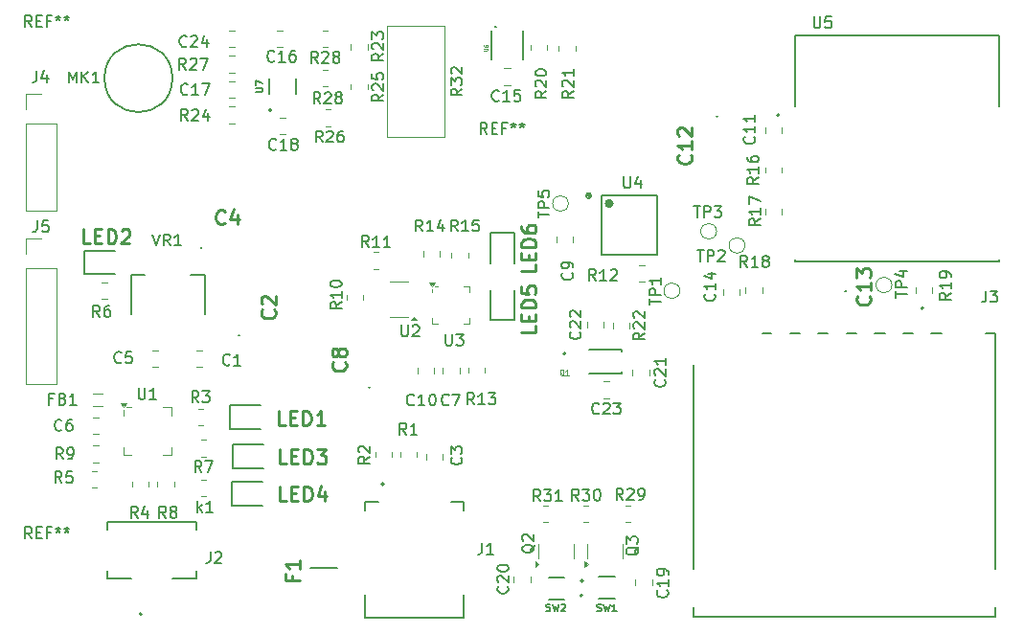
<source format=gbr>
%TF.GenerationSoftware,KiCad,Pcbnew,9.0.4*%
%TF.CreationDate,2025-09-02T02:13:18+05:30*%
%TF.ProjectId,ESP32 project,45535033-3220-4707-926f-6a6563742e6b,rev?*%
%TF.SameCoordinates,Original*%
%TF.FileFunction,Legend,Top*%
%TF.FilePolarity,Positive*%
%FSLAX46Y46*%
G04 Gerber Fmt 4.6, Leading zero omitted, Abs format (unit mm)*
G04 Created by KiCad (PCBNEW 9.0.4) date 2025-09-02 02:13:18*
%MOMM*%
%LPD*%
G01*
G04 APERTURE LIST*
%ADD10C,0.254000*%
%ADD11C,0.150000*%
%ADD12C,0.120176*%
%ADD13C,0.080430*%
%ADD14C,0.200000*%
%ADD15C,0.127000*%
%ADD16C,0.120000*%
%ADD17C,0.203200*%
%ADD18C,0.152400*%
G04 APERTURE END LIST*
D10*
X178974318Y-100331190D02*
X178974318Y-100935952D01*
X178974318Y-100935952D02*
X177704318Y-100935952D01*
X178309080Y-99907857D02*
X178309080Y-99484523D01*
X178974318Y-99303095D02*
X178974318Y-99907857D01*
X178974318Y-99907857D02*
X177704318Y-99907857D01*
X177704318Y-99907857D02*
X177704318Y-99303095D01*
X178974318Y-98758809D02*
X177704318Y-98758809D01*
X177704318Y-98758809D02*
X177704318Y-98456428D01*
X177704318Y-98456428D02*
X177764794Y-98274999D01*
X177764794Y-98274999D02*
X177885746Y-98154047D01*
X177885746Y-98154047D02*
X178006699Y-98093570D01*
X178006699Y-98093570D02*
X178248603Y-98033094D01*
X178248603Y-98033094D02*
X178430032Y-98033094D01*
X178430032Y-98033094D02*
X178671937Y-98093570D01*
X178671937Y-98093570D02*
X178792889Y-98154047D01*
X178792889Y-98154047D02*
X178913842Y-98274999D01*
X178913842Y-98274999D02*
X178974318Y-98456428D01*
X178974318Y-98456428D02*
X178974318Y-98758809D01*
X177704318Y-96884047D02*
X177704318Y-97488809D01*
X177704318Y-97488809D02*
X178309080Y-97549285D01*
X178309080Y-97549285D02*
X178248603Y-97488809D01*
X178248603Y-97488809D02*
X178188127Y-97367856D01*
X178188127Y-97367856D02*
X178188127Y-97065475D01*
X178188127Y-97065475D02*
X178248603Y-96944523D01*
X178248603Y-96944523D02*
X178309080Y-96884047D01*
X178309080Y-96884047D02*
X178430032Y-96823570D01*
X178430032Y-96823570D02*
X178732413Y-96823570D01*
X178732413Y-96823570D02*
X178853365Y-96884047D01*
X178853365Y-96884047D02*
X178913842Y-96944523D01*
X178913842Y-96944523D02*
X178974318Y-97065475D01*
X178974318Y-97065475D02*
X178974318Y-97367856D01*
X178974318Y-97367856D02*
X178913842Y-97488809D01*
X178913842Y-97488809D02*
X178853365Y-97549285D01*
X178974318Y-94931190D02*
X178974318Y-95535952D01*
X178974318Y-95535952D02*
X177704318Y-95535952D01*
X178309080Y-94507857D02*
X178309080Y-94084523D01*
X178974318Y-93903095D02*
X178974318Y-94507857D01*
X178974318Y-94507857D02*
X177704318Y-94507857D01*
X177704318Y-94507857D02*
X177704318Y-93903095D01*
X178974318Y-93358809D02*
X177704318Y-93358809D01*
X177704318Y-93358809D02*
X177704318Y-93056428D01*
X177704318Y-93056428D02*
X177764794Y-92874999D01*
X177764794Y-92874999D02*
X177885746Y-92754047D01*
X177885746Y-92754047D02*
X178006699Y-92693570D01*
X178006699Y-92693570D02*
X178248603Y-92633094D01*
X178248603Y-92633094D02*
X178430032Y-92633094D01*
X178430032Y-92633094D02*
X178671937Y-92693570D01*
X178671937Y-92693570D02*
X178792889Y-92754047D01*
X178792889Y-92754047D02*
X178913842Y-92874999D01*
X178913842Y-92874999D02*
X178974318Y-93056428D01*
X178974318Y-93056428D02*
X178974318Y-93358809D01*
X177704318Y-91544523D02*
X177704318Y-91786428D01*
X177704318Y-91786428D02*
X177764794Y-91907380D01*
X177764794Y-91907380D02*
X177825270Y-91967856D01*
X177825270Y-91967856D02*
X178006699Y-92088809D01*
X178006699Y-92088809D02*
X178248603Y-92149285D01*
X178248603Y-92149285D02*
X178732413Y-92149285D01*
X178732413Y-92149285D02*
X178853365Y-92088809D01*
X178853365Y-92088809D02*
X178913842Y-92028332D01*
X178913842Y-92028332D02*
X178974318Y-91907380D01*
X178974318Y-91907380D02*
X178974318Y-91665475D01*
X178974318Y-91665475D02*
X178913842Y-91544523D01*
X178913842Y-91544523D02*
X178853365Y-91484047D01*
X178853365Y-91484047D02*
X178732413Y-91423570D01*
X178732413Y-91423570D02*
X178430032Y-91423570D01*
X178430032Y-91423570D02*
X178309080Y-91484047D01*
X178309080Y-91484047D02*
X178248603Y-91544523D01*
X178248603Y-91544523D02*
X178188127Y-91665475D01*
X178188127Y-91665475D02*
X178188127Y-91907380D01*
X178188127Y-91907380D02*
X178248603Y-92028332D01*
X178248603Y-92028332D02*
X178309080Y-92088809D01*
X178309080Y-92088809D02*
X178430032Y-92149285D01*
D11*
X203553095Y-73019819D02*
X203553095Y-73829342D01*
X203553095Y-73829342D02*
X203600714Y-73924580D01*
X203600714Y-73924580D02*
X203648333Y-73972200D01*
X203648333Y-73972200D02*
X203743571Y-74019819D01*
X203743571Y-74019819D02*
X203934047Y-74019819D01*
X203934047Y-74019819D02*
X204029285Y-73972200D01*
X204029285Y-73972200D02*
X204076904Y-73924580D01*
X204076904Y-73924580D02*
X204124523Y-73829342D01*
X204124523Y-73829342D02*
X204124523Y-73019819D01*
X205076904Y-73019819D02*
X204600714Y-73019819D01*
X204600714Y-73019819D02*
X204553095Y-73496009D01*
X204553095Y-73496009D02*
X204600714Y-73448390D01*
X204600714Y-73448390D02*
X204695952Y-73400771D01*
X204695952Y-73400771D02*
X204934047Y-73400771D01*
X204934047Y-73400771D02*
X205029285Y-73448390D01*
X205029285Y-73448390D02*
X205076904Y-73496009D01*
X205076904Y-73496009D02*
X205124523Y-73591247D01*
X205124523Y-73591247D02*
X205124523Y-73829342D01*
X205124523Y-73829342D02*
X205076904Y-73924580D01*
X205076904Y-73924580D02*
X205029285Y-73972200D01*
X205029285Y-73972200D02*
X204934047Y-74019819D01*
X204934047Y-74019819D02*
X204695952Y-74019819D01*
X204695952Y-74019819D02*
X204600714Y-73972200D01*
X204600714Y-73972200D02*
X204553095Y-73924580D01*
D10*
X162103365Y-103549166D02*
X162163842Y-103609642D01*
X162163842Y-103609642D02*
X162224318Y-103791071D01*
X162224318Y-103791071D02*
X162224318Y-103912023D01*
X162224318Y-103912023D02*
X162163842Y-104093452D01*
X162163842Y-104093452D02*
X162042889Y-104214404D01*
X162042889Y-104214404D02*
X161921937Y-104274881D01*
X161921937Y-104274881D02*
X161680032Y-104335357D01*
X161680032Y-104335357D02*
X161498603Y-104335357D01*
X161498603Y-104335357D02*
X161256699Y-104274881D01*
X161256699Y-104274881D02*
X161135746Y-104214404D01*
X161135746Y-104214404D02*
X161014794Y-104093452D01*
X161014794Y-104093452D02*
X160954318Y-103912023D01*
X160954318Y-103912023D02*
X160954318Y-103791071D01*
X160954318Y-103791071D02*
X161014794Y-103609642D01*
X161014794Y-103609642D02*
X161075270Y-103549166D01*
X161498603Y-102823452D02*
X161438127Y-102944404D01*
X161438127Y-102944404D02*
X161377651Y-103004881D01*
X161377651Y-103004881D02*
X161256699Y-103065357D01*
X161256699Y-103065357D02*
X161196222Y-103065357D01*
X161196222Y-103065357D02*
X161075270Y-103004881D01*
X161075270Y-103004881D02*
X161014794Y-102944404D01*
X161014794Y-102944404D02*
X160954318Y-102823452D01*
X160954318Y-102823452D02*
X160954318Y-102581547D01*
X160954318Y-102581547D02*
X161014794Y-102460595D01*
X161014794Y-102460595D02*
X161075270Y-102400119D01*
X161075270Y-102400119D02*
X161196222Y-102339642D01*
X161196222Y-102339642D02*
X161256699Y-102339642D01*
X161256699Y-102339642D02*
X161377651Y-102400119D01*
X161377651Y-102400119D02*
X161438127Y-102460595D01*
X161438127Y-102460595D02*
X161498603Y-102581547D01*
X161498603Y-102581547D02*
X161498603Y-102823452D01*
X161498603Y-102823452D02*
X161559080Y-102944404D01*
X161559080Y-102944404D02*
X161619556Y-103004881D01*
X161619556Y-103004881D02*
X161740508Y-103065357D01*
X161740508Y-103065357D02*
X161982413Y-103065357D01*
X161982413Y-103065357D02*
X162103365Y-103004881D01*
X162103365Y-103004881D02*
X162163842Y-102944404D01*
X162163842Y-102944404D02*
X162224318Y-102823452D01*
X162224318Y-102823452D02*
X162224318Y-102581547D01*
X162224318Y-102581547D02*
X162163842Y-102460595D01*
X162163842Y-102460595D02*
X162103365Y-102400119D01*
X162103365Y-102400119D02*
X161982413Y-102339642D01*
X161982413Y-102339642D02*
X161740508Y-102339642D01*
X161740508Y-102339642D02*
X161619556Y-102400119D01*
X161619556Y-102400119D02*
X161559080Y-102460595D01*
X161559080Y-102460595D02*
X161498603Y-102581547D01*
D11*
X215654819Y-97442857D02*
X215178628Y-97776190D01*
X215654819Y-98014285D02*
X214654819Y-98014285D01*
X214654819Y-98014285D02*
X214654819Y-97633333D01*
X214654819Y-97633333D02*
X214702438Y-97538095D01*
X214702438Y-97538095D02*
X214750057Y-97490476D01*
X214750057Y-97490476D02*
X214845295Y-97442857D01*
X214845295Y-97442857D02*
X214988152Y-97442857D01*
X214988152Y-97442857D02*
X215083390Y-97490476D01*
X215083390Y-97490476D02*
X215131009Y-97538095D01*
X215131009Y-97538095D02*
X215178628Y-97633333D01*
X215178628Y-97633333D02*
X215178628Y-98014285D01*
X215654819Y-96490476D02*
X215654819Y-97061904D01*
X215654819Y-96776190D02*
X214654819Y-96776190D01*
X214654819Y-96776190D02*
X214797676Y-96871428D01*
X214797676Y-96871428D02*
X214892914Y-96966666D01*
X214892914Y-96966666D02*
X214940533Y-97061904D01*
X215654819Y-96014285D02*
X215654819Y-95823809D01*
X215654819Y-95823809D02*
X215607200Y-95728571D01*
X215607200Y-95728571D02*
X215559580Y-95680952D01*
X215559580Y-95680952D02*
X215416723Y-95585714D01*
X215416723Y-95585714D02*
X215226247Y-95538095D01*
X215226247Y-95538095D02*
X214845295Y-95538095D01*
X214845295Y-95538095D02*
X214750057Y-95585714D01*
X214750057Y-95585714D02*
X214702438Y-95633333D01*
X214702438Y-95633333D02*
X214654819Y-95728571D01*
X214654819Y-95728571D02*
X214654819Y-95919047D01*
X214654819Y-95919047D02*
X214702438Y-96014285D01*
X214702438Y-96014285D02*
X214750057Y-96061904D01*
X214750057Y-96061904D02*
X214845295Y-96109523D01*
X214845295Y-96109523D02*
X215083390Y-96109523D01*
X215083390Y-96109523D02*
X215178628Y-96061904D01*
X215178628Y-96061904D02*
X215226247Y-96014285D01*
X215226247Y-96014285D02*
X215273866Y-95919047D01*
X215273866Y-95919047D02*
X215273866Y-95728571D01*
X215273866Y-95728571D02*
X215226247Y-95633333D01*
X215226247Y-95633333D02*
X215178628Y-95585714D01*
X215178628Y-95585714D02*
X215083390Y-95538095D01*
X149170833Y-107129819D02*
X148837500Y-106653628D01*
X148599405Y-107129819D02*
X148599405Y-106129819D01*
X148599405Y-106129819D02*
X148980357Y-106129819D01*
X148980357Y-106129819D02*
X149075595Y-106177438D01*
X149075595Y-106177438D02*
X149123214Y-106225057D01*
X149123214Y-106225057D02*
X149170833Y-106320295D01*
X149170833Y-106320295D02*
X149170833Y-106463152D01*
X149170833Y-106463152D02*
X149123214Y-106558390D01*
X149123214Y-106558390D02*
X149075595Y-106606009D01*
X149075595Y-106606009D02*
X148980357Y-106653628D01*
X148980357Y-106653628D02*
X148599405Y-106653628D01*
X149504167Y-106129819D02*
X150123214Y-106129819D01*
X150123214Y-106129819D02*
X149789881Y-106510771D01*
X149789881Y-106510771D02*
X149932738Y-106510771D01*
X149932738Y-106510771D02*
X150027976Y-106558390D01*
X150027976Y-106558390D02*
X150075595Y-106606009D01*
X150075595Y-106606009D02*
X150123214Y-106701247D01*
X150123214Y-106701247D02*
X150123214Y-106939342D01*
X150123214Y-106939342D02*
X150075595Y-107034580D01*
X150075595Y-107034580D02*
X150027976Y-107082200D01*
X150027976Y-107082200D02*
X149932738Y-107129819D01*
X149932738Y-107129819D02*
X149647024Y-107129819D01*
X149647024Y-107129819D02*
X149551786Y-107082200D01*
X149551786Y-107082200D02*
X149504167Y-107034580D01*
X198654819Y-87230357D02*
X198178628Y-87563690D01*
X198654819Y-87801785D02*
X197654819Y-87801785D01*
X197654819Y-87801785D02*
X197654819Y-87420833D01*
X197654819Y-87420833D02*
X197702438Y-87325595D01*
X197702438Y-87325595D02*
X197750057Y-87277976D01*
X197750057Y-87277976D02*
X197845295Y-87230357D01*
X197845295Y-87230357D02*
X197988152Y-87230357D01*
X197988152Y-87230357D02*
X198083390Y-87277976D01*
X198083390Y-87277976D02*
X198131009Y-87325595D01*
X198131009Y-87325595D02*
X198178628Y-87420833D01*
X198178628Y-87420833D02*
X198178628Y-87801785D01*
X198654819Y-86277976D02*
X198654819Y-86849404D01*
X198654819Y-86563690D02*
X197654819Y-86563690D01*
X197654819Y-86563690D02*
X197797676Y-86658928D01*
X197797676Y-86658928D02*
X197892914Y-86754166D01*
X197892914Y-86754166D02*
X197940533Y-86849404D01*
X197654819Y-85420833D02*
X197654819Y-85611309D01*
X197654819Y-85611309D02*
X197702438Y-85706547D01*
X197702438Y-85706547D02*
X197750057Y-85754166D01*
X197750057Y-85754166D02*
X197892914Y-85849404D01*
X197892914Y-85849404D02*
X198083390Y-85897023D01*
X198083390Y-85897023D02*
X198464342Y-85897023D01*
X198464342Y-85897023D02*
X198559580Y-85849404D01*
X198559580Y-85849404D02*
X198607200Y-85801785D01*
X198607200Y-85801785D02*
X198654819Y-85706547D01*
X198654819Y-85706547D02*
X198654819Y-85516071D01*
X198654819Y-85516071D02*
X198607200Y-85420833D01*
X198607200Y-85420833D02*
X198559580Y-85373214D01*
X198559580Y-85373214D02*
X198464342Y-85325595D01*
X198464342Y-85325595D02*
X198226247Y-85325595D01*
X198226247Y-85325595D02*
X198131009Y-85373214D01*
X198131009Y-85373214D02*
X198083390Y-85420833D01*
X198083390Y-85420833D02*
X198035771Y-85516071D01*
X198035771Y-85516071D02*
X198035771Y-85706547D01*
X198035771Y-85706547D02*
X198083390Y-85801785D01*
X198083390Y-85801785D02*
X198131009Y-85849404D01*
X198131009Y-85849404D02*
X198226247Y-85897023D01*
X172057142Y-91992319D02*
X171723809Y-91516128D01*
X171485714Y-91992319D02*
X171485714Y-90992319D01*
X171485714Y-90992319D02*
X171866666Y-90992319D01*
X171866666Y-90992319D02*
X171961904Y-91039938D01*
X171961904Y-91039938D02*
X172009523Y-91087557D01*
X172009523Y-91087557D02*
X172057142Y-91182795D01*
X172057142Y-91182795D02*
X172057142Y-91325652D01*
X172057142Y-91325652D02*
X172009523Y-91420890D01*
X172009523Y-91420890D02*
X171961904Y-91468509D01*
X171961904Y-91468509D02*
X171866666Y-91516128D01*
X171866666Y-91516128D02*
X171485714Y-91516128D01*
X173009523Y-91992319D02*
X172438095Y-91992319D01*
X172723809Y-91992319D02*
X172723809Y-90992319D01*
X172723809Y-90992319D02*
X172628571Y-91135176D01*
X172628571Y-91135176D02*
X172533333Y-91230414D01*
X172533333Y-91230414D02*
X172438095Y-91278033D01*
X173914285Y-90992319D02*
X173438095Y-90992319D01*
X173438095Y-90992319D02*
X173390476Y-91468509D01*
X173390476Y-91468509D02*
X173438095Y-91420890D01*
X173438095Y-91420890D02*
X173533333Y-91373271D01*
X173533333Y-91373271D02*
X173771428Y-91373271D01*
X173771428Y-91373271D02*
X173866666Y-91420890D01*
X173866666Y-91420890D02*
X173914285Y-91468509D01*
X173914285Y-91468509D02*
X173961904Y-91563747D01*
X173961904Y-91563747D02*
X173961904Y-91801842D01*
X173961904Y-91801842D02*
X173914285Y-91897080D01*
X173914285Y-91897080D02*
X173866666Y-91944700D01*
X173866666Y-91944700D02*
X173771428Y-91992319D01*
X173771428Y-91992319D02*
X173533333Y-91992319D01*
X173533333Y-91992319D02*
X173438095Y-91944700D01*
X173438095Y-91944700D02*
X173390476Y-91897080D01*
X156007142Y-84719580D02*
X155959523Y-84767200D01*
X155959523Y-84767200D02*
X155816666Y-84814819D01*
X155816666Y-84814819D02*
X155721428Y-84814819D01*
X155721428Y-84814819D02*
X155578571Y-84767200D01*
X155578571Y-84767200D02*
X155483333Y-84671961D01*
X155483333Y-84671961D02*
X155435714Y-84576723D01*
X155435714Y-84576723D02*
X155388095Y-84386247D01*
X155388095Y-84386247D02*
X155388095Y-84243390D01*
X155388095Y-84243390D02*
X155435714Y-84052914D01*
X155435714Y-84052914D02*
X155483333Y-83957676D01*
X155483333Y-83957676D02*
X155578571Y-83862438D01*
X155578571Y-83862438D02*
X155721428Y-83814819D01*
X155721428Y-83814819D02*
X155816666Y-83814819D01*
X155816666Y-83814819D02*
X155959523Y-83862438D01*
X155959523Y-83862438D02*
X156007142Y-83910057D01*
X156959523Y-84814819D02*
X156388095Y-84814819D01*
X156673809Y-84814819D02*
X156673809Y-83814819D01*
X156673809Y-83814819D02*
X156578571Y-83957676D01*
X156578571Y-83957676D02*
X156483333Y-84052914D01*
X156483333Y-84052914D02*
X156388095Y-84100533D01*
X157530952Y-84243390D02*
X157435714Y-84195771D01*
X157435714Y-84195771D02*
X157388095Y-84148152D01*
X157388095Y-84148152D02*
X157340476Y-84052914D01*
X157340476Y-84052914D02*
X157340476Y-84005295D01*
X157340476Y-84005295D02*
X157388095Y-83910057D01*
X157388095Y-83910057D02*
X157435714Y-83862438D01*
X157435714Y-83862438D02*
X157530952Y-83814819D01*
X157530952Y-83814819D02*
X157721428Y-83814819D01*
X157721428Y-83814819D02*
X157816666Y-83862438D01*
X157816666Y-83862438D02*
X157864285Y-83910057D01*
X157864285Y-83910057D02*
X157911904Y-84005295D01*
X157911904Y-84005295D02*
X157911904Y-84052914D01*
X157911904Y-84052914D02*
X157864285Y-84148152D01*
X157864285Y-84148152D02*
X157816666Y-84195771D01*
X157816666Y-84195771D02*
X157721428Y-84243390D01*
X157721428Y-84243390D02*
X157530952Y-84243390D01*
X157530952Y-84243390D02*
X157435714Y-84291009D01*
X157435714Y-84291009D02*
X157388095Y-84338628D01*
X157388095Y-84338628D02*
X157340476Y-84433866D01*
X157340476Y-84433866D02*
X157340476Y-84624342D01*
X157340476Y-84624342D02*
X157388095Y-84719580D01*
X157388095Y-84719580D02*
X157435714Y-84767200D01*
X157435714Y-84767200D02*
X157530952Y-84814819D01*
X157530952Y-84814819D02*
X157721428Y-84814819D01*
X157721428Y-84814819D02*
X157816666Y-84767200D01*
X157816666Y-84767200D02*
X157864285Y-84719580D01*
X157864285Y-84719580D02*
X157911904Y-84624342D01*
X157911904Y-84624342D02*
X157911904Y-84433866D01*
X157911904Y-84433866D02*
X157864285Y-84338628D01*
X157864285Y-84338628D02*
X157816666Y-84291009D01*
X157816666Y-84291009D02*
X157721428Y-84243390D01*
X172359580Y-111979166D02*
X172407200Y-112026785D01*
X172407200Y-112026785D02*
X172454819Y-112169642D01*
X172454819Y-112169642D02*
X172454819Y-112264880D01*
X172454819Y-112264880D02*
X172407200Y-112407737D01*
X172407200Y-112407737D02*
X172311961Y-112502975D01*
X172311961Y-112502975D02*
X172216723Y-112550594D01*
X172216723Y-112550594D02*
X172026247Y-112598213D01*
X172026247Y-112598213D02*
X171883390Y-112598213D01*
X171883390Y-112598213D02*
X171692914Y-112550594D01*
X171692914Y-112550594D02*
X171597676Y-112502975D01*
X171597676Y-112502975D02*
X171502438Y-112407737D01*
X171502438Y-112407737D02*
X171454819Y-112264880D01*
X171454819Y-112264880D02*
X171454819Y-112169642D01*
X171454819Y-112169642D02*
X171502438Y-112026785D01*
X171502438Y-112026785D02*
X171550057Y-111979166D01*
X171454819Y-111645832D02*
X171454819Y-111026785D01*
X171454819Y-111026785D02*
X171835771Y-111360118D01*
X171835771Y-111360118D02*
X171835771Y-111217261D01*
X171835771Y-111217261D02*
X171883390Y-111122023D01*
X171883390Y-111122023D02*
X171931009Y-111074404D01*
X171931009Y-111074404D02*
X172026247Y-111026785D01*
X172026247Y-111026785D02*
X172264342Y-111026785D01*
X172264342Y-111026785D02*
X172359580Y-111074404D01*
X172359580Y-111074404D02*
X172407200Y-111122023D01*
X172407200Y-111122023D02*
X172454819Y-111217261D01*
X172454819Y-111217261D02*
X172454819Y-111502975D01*
X172454819Y-111502975D02*
X172407200Y-111598213D01*
X172407200Y-111598213D02*
X172359580Y-111645832D01*
X165504819Y-76290357D02*
X165028628Y-76623690D01*
X165504819Y-76861785D02*
X164504819Y-76861785D01*
X164504819Y-76861785D02*
X164504819Y-76480833D01*
X164504819Y-76480833D02*
X164552438Y-76385595D01*
X164552438Y-76385595D02*
X164600057Y-76337976D01*
X164600057Y-76337976D02*
X164695295Y-76290357D01*
X164695295Y-76290357D02*
X164838152Y-76290357D01*
X164838152Y-76290357D02*
X164933390Y-76337976D01*
X164933390Y-76337976D02*
X164981009Y-76385595D01*
X164981009Y-76385595D02*
X165028628Y-76480833D01*
X165028628Y-76480833D02*
X165028628Y-76861785D01*
X164600057Y-75909404D02*
X164552438Y-75861785D01*
X164552438Y-75861785D02*
X164504819Y-75766547D01*
X164504819Y-75766547D02*
X164504819Y-75528452D01*
X164504819Y-75528452D02*
X164552438Y-75433214D01*
X164552438Y-75433214D02*
X164600057Y-75385595D01*
X164600057Y-75385595D02*
X164695295Y-75337976D01*
X164695295Y-75337976D02*
X164790533Y-75337976D01*
X164790533Y-75337976D02*
X164933390Y-75385595D01*
X164933390Y-75385595D02*
X165504819Y-75957023D01*
X165504819Y-75957023D02*
X165504819Y-75337976D01*
X164504819Y-75004642D02*
X164504819Y-74385595D01*
X164504819Y-74385595D02*
X164885771Y-74718928D01*
X164885771Y-74718928D02*
X164885771Y-74576071D01*
X164885771Y-74576071D02*
X164933390Y-74480833D01*
X164933390Y-74480833D02*
X164981009Y-74433214D01*
X164981009Y-74433214D02*
X165076247Y-74385595D01*
X165076247Y-74385595D02*
X165314342Y-74385595D01*
X165314342Y-74385595D02*
X165409580Y-74433214D01*
X165409580Y-74433214D02*
X165457200Y-74480833D01*
X165457200Y-74480833D02*
X165504819Y-74576071D01*
X165504819Y-74576071D02*
X165504819Y-74861785D01*
X165504819Y-74861785D02*
X165457200Y-74957023D01*
X165457200Y-74957023D02*
X165409580Y-75004642D01*
X182859580Y-100892857D02*
X182907200Y-100940476D01*
X182907200Y-100940476D02*
X182954819Y-101083333D01*
X182954819Y-101083333D02*
X182954819Y-101178571D01*
X182954819Y-101178571D02*
X182907200Y-101321428D01*
X182907200Y-101321428D02*
X182811961Y-101416666D01*
X182811961Y-101416666D02*
X182716723Y-101464285D01*
X182716723Y-101464285D02*
X182526247Y-101511904D01*
X182526247Y-101511904D02*
X182383390Y-101511904D01*
X182383390Y-101511904D02*
X182192914Y-101464285D01*
X182192914Y-101464285D02*
X182097676Y-101416666D01*
X182097676Y-101416666D02*
X182002438Y-101321428D01*
X182002438Y-101321428D02*
X181954819Y-101178571D01*
X181954819Y-101178571D02*
X181954819Y-101083333D01*
X181954819Y-101083333D02*
X182002438Y-100940476D01*
X182002438Y-100940476D02*
X182050057Y-100892857D01*
X182050057Y-100511904D02*
X182002438Y-100464285D01*
X182002438Y-100464285D02*
X181954819Y-100369047D01*
X181954819Y-100369047D02*
X181954819Y-100130952D01*
X181954819Y-100130952D02*
X182002438Y-100035714D01*
X182002438Y-100035714D02*
X182050057Y-99988095D01*
X182050057Y-99988095D02*
X182145295Y-99940476D01*
X182145295Y-99940476D02*
X182240533Y-99940476D01*
X182240533Y-99940476D02*
X182383390Y-99988095D01*
X182383390Y-99988095D02*
X182954819Y-100559523D01*
X182954819Y-100559523D02*
X182954819Y-99940476D01*
X182050057Y-99559523D02*
X182002438Y-99511904D01*
X182002438Y-99511904D02*
X181954819Y-99416666D01*
X181954819Y-99416666D02*
X181954819Y-99178571D01*
X181954819Y-99178571D02*
X182002438Y-99083333D01*
X182002438Y-99083333D02*
X182050057Y-99035714D01*
X182050057Y-99035714D02*
X182145295Y-98988095D01*
X182145295Y-98988095D02*
X182240533Y-98988095D01*
X182240533Y-98988095D02*
X182383390Y-99035714D01*
X182383390Y-99035714D02*
X182954819Y-99607142D01*
X182954819Y-99607142D02*
X182954819Y-98988095D01*
D10*
X156916309Y-115849318D02*
X156311547Y-115849318D01*
X156311547Y-115849318D02*
X156311547Y-114579318D01*
X157339642Y-115184080D02*
X157762976Y-115184080D01*
X157944404Y-115849318D02*
X157339642Y-115849318D01*
X157339642Y-115849318D02*
X157339642Y-114579318D01*
X157339642Y-114579318D02*
X157944404Y-114579318D01*
X158488690Y-115849318D02*
X158488690Y-114579318D01*
X158488690Y-114579318D02*
X158791071Y-114579318D01*
X158791071Y-114579318D02*
X158972500Y-114639794D01*
X158972500Y-114639794D02*
X159093452Y-114760746D01*
X159093452Y-114760746D02*
X159153929Y-114881699D01*
X159153929Y-114881699D02*
X159214405Y-115123603D01*
X159214405Y-115123603D02*
X159214405Y-115305032D01*
X159214405Y-115305032D02*
X159153929Y-115546937D01*
X159153929Y-115546937D02*
X159093452Y-115667889D01*
X159093452Y-115667889D02*
X158972500Y-115788842D01*
X158972500Y-115788842D02*
X158791071Y-115849318D01*
X158791071Y-115849318D02*
X158488690Y-115849318D01*
X160302976Y-115002651D02*
X160302976Y-115849318D01*
X160000595Y-114518842D02*
X159698214Y-115425984D01*
X159698214Y-115425984D02*
X160484405Y-115425984D01*
D11*
X148107142Y-75619580D02*
X148059523Y-75667200D01*
X148059523Y-75667200D02*
X147916666Y-75714819D01*
X147916666Y-75714819D02*
X147821428Y-75714819D01*
X147821428Y-75714819D02*
X147678571Y-75667200D01*
X147678571Y-75667200D02*
X147583333Y-75571961D01*
X147583333Y-75571961D02*
X147535714Y-75476723D01*
X147535714Y-75476723D02*
X147488095Y-75286247D01*
X147488095Y-75286247D02*
X147488095Y-75143390D01*
X147488095Y-75143390D02*
X147535714Y-74952914D01*
X147535714Y-74952914D02*
X147583333Y-74857676D01*
X147583333Y-74857676D02*
X147678571Y-74762438D01*
X147678571Y-74762438D02*
X147821428Y-74714819D01*
X147821428Y-74714819D02*
X147916666Y-74714819D01*
X147916666Y-74714819D02*
X148059523Y-74762438D01*
X148059523Y-74762438D02*
X148107142Y-74810057D01*
X148488095Y-74810057D02*
X148535714Y-74762438D01*
X148535714Y-74762438D02*
X148630952Y-74714819D01*
X148630952Y-74714819D02*
X148869047Y-74714819D01*
X148869047Y-74714819D02*
X148964285Y-74762438D01*
X148964285Y-74762438D02*
X149011904Y-74810057D01*
X149011904Y-74810057D02*
X149059523Y-74905295D01*
X149059523Y-74905295D02*
X149059523Y-75000533D01*
X149059523Y-75000533D02*
X149011904Y-75143390D01*
X149011904Y-75143390D02*
X148440476Y-75714819D01*
X148440476Y-75714819D02*
X149059523Y-75714819D01*
X149916666Y-75048152D02*
X149916666Y-75714819D01*
X149678571Y-74667200D02*
X149440476Y-75381485D01*
X149440476Y-75381485D02*
X150059523Y-75381485D01*
X179161819Y-90806904D02*
X179161819Y-90235476D01*
X180161819Y-90521190D02*
X179161819Y-90521190D01*
X180161819Y-89902142D02*
X179161819Y-89902142D01*
X179161819Y-89902142D02*
X179161819Y-89521190D01*
X179161819Y-89521190D02*
X179209438Y-89425952D01*
X179209438Y-89425952D02*
X179257057Y-89378333D01*
X179257057Y-89378333D02*
X179352295Y-89330714D01*
X179352295Y-89330714D02*
X179495152Y-89330714D01*
X179495152Y-89330714D02*
X179590390Y-89378333D01*
X179590390Y-89378333D02*
X179638009Y-89425952D01*
X179638009Y-89425952D02*
X179685628Y-89521190D01*
X179685628Y-89521190D02*
X179685628Y-89902142D01*
X179161819Y-88425952D02*
X179161819Y-88902142D01*
X179161819Y-88902142D02*
X179638009Y-88949761D01*
X179638009Y-88949761D02*
X179590390Y-88902142D01*
X179590390Y-88902142D02*
X179542771Y-88806904D01*
X179542771Y-88806904D02*
X179542771Y-88568809D01*
X179542771Y-88568809D02*
X179590390Y-88473571D01*
X179590390Y-88473571D02*
X179638009Y-88425952D01*
X179638009Y-88425952D02*
X179733247Y-88378333D01*
X179733247Y-88378333D02*
X179971342Y-88378333D01*
X179971342Y-88378333D02*
X180066580Y-88425952D01*
X180066580Y-88425952D02*
X180114200Y-88473571D01*
X180114200Y-88473571D02*
X180161819Y-88568809D01*
X180161819Y-88568809D02*
X180161819Y-88806904D01*
X180161819Y-88806904D02*
X180114200Y-88902142D01*
X180114200Y-88902142D02*
X180066580Y-88949761D01*
X186762553Y-87165048D02*
X186762553Y-87975477D01*
X186762553Y-87975477D02*
X186810225Y-88070821D01*
X186810225Y-88070821D02*
X186857898Y-88118494D01*
X186857898Y-88118494D02*
X186953242Y-88166166D01*
X186953242Y-88166166D02*
X187143931Y-88166166D01*
X187143931Y-88166166D02*
X187239276Y-88118494D01*
X187239276Y-88118494D02*
X187286948Y-88070821D01*
X187286948Y-88070821D02*
X187334620Y-87975477D01*
X187334620Y-87975477D02*
X187334620Y-87165048D01*
X188240394Y-87498754D02*
X188240394Y-88166166D01*
X188002032Y-87117376D02*
X187763671Y-87832460D01*
X187763671Y-87832460D02*
X188383410Y-87832460D01*
X198259580Y-83642857D02*
X198307200Y-83690476D01*
X198307200Y-83690476D02*
X198354819Y-83833333D01*
X198354819Y-83833333D02*
X198354819Y-83928571D01*
X198354819Y-83928571D02*
X198307200Y-84071428D01*
X198307200Y-84071428D02*
X198211961Y-84166666D01*
X198211961Y-84166666D02*
X198116723Y-84214285D01*
X198116723Y-84214285D02*
X197926247Y-84261904D01*
X197926247Y-84261904D02*
X197783390Y-84261904D01*
X197783390Y-84261904D02*
X197592914Y-84214285D01*
X197592914Y-84214285D02*
X197497676Y-84166666D01*
X197497676Y-84166666D02*
X197402438Y-84071428D01*
X197402438Y-84071428D02*
X197354819Y-83928571D01*
X197354819Y-83928571D02*
X197354819Y-83833333D01*
X197354819Y-83833333D02*
X197402438Y-83690476D01*
X197402438Y-83690476D02*
X197450057Y-83642857D01*
X198354819Y-82690476D02*
X198354819Y-83261904D01*
X198354819Y-82976190D02*
X197354819Y-82976190D01*
X197354819Y-82976190D02*
X197497676Y-83071428D01*
X197497676Y-83071428D02*
X197592914Y-83166666D01*
X197592914Y-83166666D02*
X197640533Y-83261904D01*
X198354819Y-81738095D02*
X198354819Y-82309523D01*
X198354819Y-82023809D02*
X197354819Y-82023809D01*
X197354819Y-82023809D02*
X197497676Y-82119047D01*
X197497676Y-82119047D02*
X197592914Y-82214285D01*
X197592914Y-82214285D02*
X197640533Y-82309523D01*
X137070833Y-109534580D02*
X137023214Y-109582200D01*
X137023214Y-109582200D02*
X136880357Y-109629819D01*
X136880357Y-109629819D02*
X136785119Y-109629819D01*
X136785119Y-109629819D02*
X136642262Y-109582200D01*
X136642262Y-109582200D02*
X136547024Y-109486961D01*
X136547024Y-109486961D02*
X136499405Y-109391723D01*
X136499405Y-109391723D02*
X136451786Y-109201247D01*
X136451786Y-109201247D02*
X136451786Y-109058390D01*
X136451786Y-109058390D02*
X136499405Y-108867914D01*
X136499405Y-108867914D02*
X136547024Y-108772676D01*
X136547024Y-108772676D02*
X136642262Y-108677438D01*
X136642262Y-108677438D02*
X136785119Y-108629819D01*
X136785119Y-108629819D02*
X136880357Y-108629819D01*
X136880357Y-108629819D02*
X137023214Y-108677438D01*
X137023214Y-108677438D02*
X137070833Y-108725057D01*
X137927976Y-108629819D02*
X137737500Y-108629819D01*
X137737500Y-108629819D02*
X137642262Y-108677438D01*
X137642262Y-108677438D02*
X137594643Y-108725057D01*
X137594643Y-108725057D02*
X137499405Y-108867914D01*
X137499405Y-108867914D02*
X137451786Y-109058390D01*
X137451786Y-109058390D02*
X137451786Y-109439342D01*
X137451786Y-109439342D02*
X137499405Y-109534580D01*
X137499405Y-109534580D02*
X137547024Y-109582200D01*
X137547024Y-109582200D02*
X137642262Y-109629819D01*
X137642262Y-109629819D02*
X137832738Y-109629819D01*
X137832738Y-109629819D02*
X137927976Y-109582200D01*
X137927976Y-109582200D02*
X137975595Y-109534580D01*
X137975595Y-109534580D02*
X138023214Y-109439342D01*
X138023214Y-109439342D02*
X138023214Y-109201247D01*
X138023214Y-109201247D02*
X137975595Y-109106009D01*
X137975595Y-109106009D02*
X137927976Y-109058390D01*
X137927976Y-109058390D02*
X137832738Y-109010771D01*
X137832738Y-109010771D02*
X137642262Y-109010771D01*
X137642262Y-109010771D02*
X137547024Y-109058390D01*
X137547024Y-109058390D02*
X137499405Y-109106009D01*
X137499405Y-109106009D02*
X137451786Y-109201247D01*
X148207142Y-82214819D02*
X147873809Y-81738628D01*
X147635714Y-82214819D02*
X147635714Y-81214819D01*
X147635714Y-81214819D02*
X148016666Y-81214819D01*
X148016666Y-81214819D02*
X148111904Y-81262438D01*
X148111904Y-81262438D02*
X148159523Y-81310057D01*
X148159523Y-81310057D02*
X148207142Y-81405295D01*
X148207142Y-81405295D02*
X148207142Y-81548152D01*
X148207142Y-81548152D02*
X148159523Y-81643390D01*
X148159523Y-81643390D02*
X148111904Y-81691009D01*
X148111904Y-81691009D02*
X148016666Y-81738628D01*
X148016666Y-81738628D02*
X147635714Y-81738628D01*
X148588095Y-81310057D02*
X148635714Y-81262438D01*
X148635714Y-81262438D02*
X148730952Y-81214819D01*
X148730952Y-81214819D02*
X148969047Y-81214819D01*
X148969047Y-81214819D02*
X149064285Y-81262438D01*
X149064285Y-81262438D02*
X149111904Y-81310057D01*
X149111904Y-81310057D02*
X149159523Y-81405295D01*
X149159523Y-81405295D02*
X149159523Y-81500533D01*
X149159523Y-81500533D02*
X149111904Y-81643390D01*
X149111904Y-81643390D02*
X148540476Y-82214819D01*
X148540476Y-82214819D02*
X149159523Y-82214819D01*
X150016666Y-81548152D02*
X150016666Y-82214819D01*
X149778571Y-81167200D02*
X149540476Y-81881485D01*
X149540476Y-81881485D02*
X150159523Y-81881485D01*
X149433333Y-113279819D02*
X149100000Y-112803628D01*
X148861905Y-113279819D02*
X148861905Y-112279819D01*
X148861905Y-112279819D02*
X149242857Y-112279819D01*
X149242857Y-112279819D02*
X149338095Y-112327438D01*
X149338095Y-112327438D02*
X149385714Y-112375057D01*
X149385714Y-112375057D02*
X149433333Y-112470295D01*
X149433333Y-112470295D02*
X149433333Y-112613152D01*
X149433333Y-112613152D02*
X149385714Y-112708390D01*
X149385714Y-112708390D02*
X149338095Y-112756009D01*
X149338095Y-112756009D02*
X149242857Y-112803628D01*
X149242857Y-112803628D02*
X148861905Y-112803628D01*
X149766667Y-112279819D02*
X150433333Y-112279819D01*
X150433333Y-112279819D02*
X150004762Y-113279819D01*
X137689569Y-78865140D02*
X137689569Y-77864447D01*
X137689569Y-77864447D02*
X138023133Y-78579227D01*
X138023133Y-78579227D02*
X138356697Y-77864447D01*
X138356697Y-77864447D02*
X138356697Y-78865140D01*
X138833218Y-78865140D02*
X138833218Y-77864447D01*
X139405042Y-78865140D02*
X138976174Y-78293315D01*
X139405042Y-77864447D02*
X138833218Y-78436271D01*
X140358083Y-78865140D02*
X139786259Y-78865140D01*
X140072171Y-78865140D02*
X140072171Y-77864447D01*
X140072171Y-77864447D02*
X139976867Y-78007403D01*
X139976867Y-78007403D02*
X139881563Y-78102707D01*
X139881563Y-78102707D02*
X139786259Y-78150359D01*
X172464819Y-79392857D02*
X171988628Y-79726190D01*
X172464819Y-79964285D02*
X171464819Y-79964285D01*
X171464819Y-79964285D02*
X171464819Y-79583333D01*
X171464819Y-79583333D02*
X171512438Y-79488095D01*
X171512438Y-79488095D02*
X171560057Y-79440476D01*
X171560057Y-79440476D02*
X171655295Y-79392857D01*
X171655295Y-79392857D02*
X171798152Y-79392857D01*
X171798152Y-79392857D02*
X171893390Y-79440476D01*
X171893390Y-79440476D02*
X171941009Y-79488095D01*
X171941009Y-79488095D02*
X171988628Y-79583333D01*
X171988628Y-79583333D02*
X171988628Y-79964285D01*
X171464819Y-79059523D02*
X171464819Y-78440476D01*
X171464819Y-78440476D02*
X171845771Y-78773809D01*
X171845771Y-78773809D02*
X171845771Y-78630952D01*
X171845771Y-78630952D02*
X171893390Y-78535714D01*
X171893390Y-78535714D02*
X171941009Y-78488095D01*
X171941009Y-78488095D02*
X172036247Y-78440476D01*
X172036247Y-78440476D02*
X172274342Y-78440476D01*
X172274342Y-78440476D02*
X172369580Y-78488095D01*
X172369580Y-78488095D02*
X172417200Y-78535714D01*
X172417200Y-78535714D02*
X172464819Y-78630952D01*
X172464819Y-78630952D02*
X172464819Y-78916666D01*
X172464819Y-78916666D02*
X172417200Y-79011904D01*
X172417200Y-79011904D02*
X172369580Y-79059523D01*
X171560057Y-78059523D02*
X171512438Y-78011904D01*
X171512438Y-78011904D02*
X171464819Y-77916666D01*
X171464819Y-77916666D02*
X171464819Y-77678571D01*
X171464819Y-77678571D02*
X171512438Y-77583333D01*
X171512438Y-77583333D02*
X171560057Y-77535714D01*
X171560057Y-77535714D02*
X171655295Y-77488095D01*
X171655295Y-77488095D02*
X171750533Y-77488095D01*
X171750533Y-77488095D02*
X171893390Y-77535714D01*
X171893390Y-77535714D02*
X172464819Y-78107142D01*
X172464819Y-78107142D02*
X172464819Y-77488095D01*
X173507142Y-107292319D02*
X173173809Y-106816128D01*
X172935714Y-107292319D02*
X172935714Y-106292319D01*
X172935714Y-106292319D02*
X173316666Y-106292319D01*
X173316666Y-106292319D02*
X173411904Y-106339938D01*
X173411904Y-106339938D02*
X173459523Y-106387557D01*
X173459523Y-106387557D02*
X173507142Y-106482795D01*
X173507142Y-106482795D02*
X173507142Y-106625652D01*
X173507142Y-106625652D02*
X173459523Y-106720890D01*
X173459523Y-106720890D02*
X173411904Y-106768509D01*
X173411904Y-106768509D02*
X173316666Y-106816128D01*
X173316666Y-106816128D02*
X172935714Y-106816128D01*
X174459523Y-107292319D02*
X173888095Y-107292319D01*
X174173809Y-107292319D02*
X174173809Y-106292319D01*
X174173809Y-106292319D02*
X174078571Y-106435176D01*
X174078571Y-106435176D02*
X173983333Y-106530414D01*
X173983333Y-106530414D02*
X173888095Y-106578033D01*
X174792857Y-106292319D02*
X175411904Y-106292319D01*
X175411904Y-106292319D02*
X175078571Y-106673271D01*
X175078571Y-106673271D02*
X175221428Y-106673271D01*
X175221428Y-106673271D02*
X175316666Y-106720890D01*
X175316666Y-106720890D02*
X175364285Y-106768509D01*
X175364285Y-106768509D02*
X175411904Y-106863747D01*
X175411904Y-106863747D02*
X175411904Y-107101842D01*
X175411904Y-107101842D02*
X175364285Y-107197080D01*
X175364285Y-107197080D02*
X175316666Y-107244700D01*
X175316666Y-107244700D02*
X175221428Y-107292319D01*
X175221428Y-107292319D02*
X174935714Y-107292319D01*
X174935714Y-107292319D02*
X174840476Y-107244700D01*
X174840476Y-107244700D02*
X174792857Y-107197080D01*
X182769642Y-115804819D02*
X182436309Y-115328628D01*
X182198214Y-115804819D02*
X182198214Y-114804819D01*
X182198214Y-114804819D02*
X182579166Y-114804819D01*
X182579166Y-114804819D02*
X182674404Y-114852438D01*
X182674404Y-114852438D02*
X182722023Y-114900057D01*
X182722023Y-114900057D02*
X182769642Y-114995295D01*
X182769642Y-114995295D02*
X182769642Y-115138152D01*
X182769642Y-115138152D02*
X182722023Y-115233390D01*
X182722023Y-115233390D02*
X182674404Y-115281009D01*
X182674404Y-115281009D02*
X182579166Y-115328628D01*
X182579166Y-115328628D02*
X182198214Y-115328628D01*
X183102976Y-114804819D02*
X183722023Y-114804819D01*
X183722023Y-114804819D02*
X183388690Y-115185771D01*
X183388690Y-115185771D02*
X183531547Y-115185771D01*
X183531547Y-115185771D02*
X183626785Y-115233390D01*
X183626785Y-115233390D02*
X183674404Y-115281009D01*
X183674404Y-115281009D02*
X183722023Y-115376247D01*
X183722023Y-115376247D02*
X183722023Y-115614342D01*
X183722023Y-115614342D02*
X183674404Y-115709580D01*
X183674404Y-115709580D02*
X183626785Y-115757200D01*
X183626785Y-115757200D02*
X183531547Y-115804819D01*
X183531547Y-115804819D02*
X183245833Y-115804819D01*
X183245833Y-115804819D02*
X183150595Y-115757200D01*
X183150595Y-115757200D02*
X183102976Y-115709580D01*
X184341071Y-114804819D02*
X184436309Y-114804819D01*
X184436309Y-114804819D02*
X184531547Y-114852438D01*
X184531547Y-114852438D02*
X184579166Y-114900057D01*
X184579166Y-114900057D02*
X184626785Y-114995295D01*
X184626785Y-114995295D02*
X184674404Y-115185771D01*
X184674404Y-115185771D02*
X184674404Y-115423866D01*
X184674404Y-115423866D02*
X184626785Y-115614342D01*
X184626785Y-115614342D02*
X184579166Y-115709580D01*
X184579166Y-115709580D02*
X184531547Y-115757200D01*
X184531547Y-115757200D02*
X184436309Y-115804819D01*
X184436309Y-115804819D02*
X184341071Y-115804819D01*
X184341071Y-115804819D02*
X184245833Y-115757200D01*
X184245833Y-115757200D02*
X184198214Y-115709580D01*
X184198214Y-115709580D02*
X184150595Y-115614342D01*
X184150595Y-115614342D02*
X184102976Y-115423866D01*
X184102976Y-115423866D02*
X184102976Y-115185771D01*
X184102976Y-115185771D02*
X184150595Y-114995295D01*
X184150595Y-114995295D02*
X184198214Y-114900057D01*
X184198214Y-114900057D02*
X184245833Y-114852438D01*
X184245833Y-114852438D02*
X184341071Y-114804819D01*
X151933333Y-103759580D02*
X151885714Y-103807200D01*
X151885714Y-103807200D02*
X151742857Y-103854819D01*
X151742857Y-103854819D02*
X151647619Y-103854819D01*
X151647619Y-103854819D02*
X151504762Y-103807200D01*
X151504762Y-103807200D02*
X151409524Y-103711961D01*
X151409524Y-103711961D02*
X151361905Y-103616723D01*
X151361905Y-103616723D02*
X151314286Y-103426247D01*
X151314286Y-103426247D02*
X151314286Y-103283390D01*
X151314286Y-103283390D02*
X151361905Y-103092914D01*
X151361905Y-103092914D02*
X151409524Y-102997676D01*
X151409524Y-102997676D02*
X151504762Y-102902438D01*
X151504762Y-102902438D02*
X151647619Y-102854819D01*
X151647619Y-102854819D02*
X151742857Y-102854819D01*
X151742857Y-102854819D02*
X151885714Y-102902438D01*
X151885714Y-102902438D02*
X151933333Y-102950057D01*
X152885714Y-103854819D02*
X152314286Y-103854819D01*
X152600000Y-103854819D02*
X152600000Y-102854819D01*
X152600000Y-102854819D02*
X152504762Y-102997676D01*
X152504762Y-102997676D02*
X152409524Y-103092914D01*
X152409524Y-103092914D02*
X152314286Y-103140533D01*
X168957142Y-91992319D02*
X168623809Y-91516128D01*
X168385714Y-91992319D02*
X168385714Y-90992319D01*
X168385714Y-90992319D02*
X168766666Y-90992319D01*
X168766666Y-90992319D02*
X168861904Y-91039938D01*
X168861904Y-91039938D02*
X168909523Y-91087557D01*
X168909523Y-91087557D02*
X168957142Y-91182795D01*
X168957142Y-91182795D02*
X168957142Y-91325652D01*
X168957142Y-91325652D02*
X168909523Y-91420890D01*
X168909523Y-91420890D02*
X168861904Y-91468509D01*
X168861904Y-91468509D02*
X168766666Y-91516128D01*
X168766666Y-91516128D02*
X168385714Y-91516128D01*
X169909523Y-91992319D02*
X169338095Y-91992319D01*
X169623809Y-91992319D02*
X169623809Y-90992319D01*
X169623809Y-90992319D02*
X169528571Y-91135176D01*
X169528571Y-91135176D02*
X169433333Y-91230414D01*
X169433333Y-91230414D02*
X169338095Y-91278033D01*
X170766666Y-91325652D02*
X170766666Y-91992319D01*
X170528571Y-90944700D02*
X170290476Y-91658985D01*
X170290476Y-91658985D02*
X170909523Y-91658985D01*
X198804819Y-90892857D02*
X198328628Y-91226190D01*
X198804819Y-91464285D02*
X197804819Y-91464285D01*
X197804819Y-91464285D02*
X197804819Y-91083333D01*
X197804819Y-91083333D02*
X197852438Y-90988095D01*
X197852438Y-90988095D02*
X197900057Y-90940476D01*
X197900057Y-90940476D02*
X197995295Y-90892857D01*
X197995295Y-90892857D02*
X198138152Y-90892857D01*
X198138152Y-90892857D02*
X198233390Y-90940476D01*
X198233390Y-90940476D02*
X198281009Y-90988095D01*
X198281009Y-90988095D02*
X198328628Y-91083333D01*
X198328628Y-91083333D02*
X198328628Y-91464285D01*
X198804819Y-89940476D02*
X198804819Y-90511904D01*
X198804819Y-90226190D02*
X197804819Y-90226190D01*
X197804819Y-90226190D02*
X197947676Y-90321428D01*
X197947676Y-90321428D02*
X198042914Y-90416666D01*
X198042914Y-90416666D02*
X198090533Y-90511904D01*
X197804819Y-89607142D02*
X197804819Y-88940476D01*
X197804819Y-88940476D02*
X198804819Y-89369047D01*
X134916666Y-91054819D02*
X134916666Y-91769104D01*
X134916666Y-91769104D02*
X134869047Y-91911961D01*
X134869047Y-91911961D02*
X134773809Y-92007200D01*
X134773809Y-92007200D02*
X134630952Y-92054819D01*
X134630952Y-92054819D02*
X134535714Y-92054819D01*
X135869047Y-91054819D02*
X135392857Y-91054819D01*
X135392857Y-91054819D02*
X135345238Y-91531009D01*
X135345238Y-91531009D02*
X135392857Y-91483390D01*
X135392857Y-91483390D02*
X135488095Y-91435771D01*
X135488095Y-91435771D02*
X135726190Y-91435771D01*
X135726190Y-91435771D02*
X135821428Y-91483390D01*
X135821428Y-91483390D02*
X135869047Y-91531009D01*
X135869047Y-91531009D02*
X135916666Y-91626247D01*
X135916666Y-91626247D02*
X135916666Y-91864342D01*
X135916666Y-91864342D02*
X135869047Y-91959580D01*
X135869047Y-91959580D02*
X135821428Y-92007200D01*
X135821428Y-92007200D02*
X135726190Y-92054819D01*
X135726190Y-92054819D02*
X135488095Y-92054819D01*
X135488095Y-92054819D02*
X135392857Y-92007200D01*
X135392857Y-92007200D02*
X135345238Y-91959580D01*
X168207142Y-107297080D02*
X168159523Y-107344700D01*
X168159523Y-107344700D02*
X168016666Y-107392319D01*
X168016666Y-107392319D02*
X167921428Y-107392319D01*
X167921428Y-107392319D02*
X167778571Y-107344700D01*
X167778571Y-107344700D02*
X167683333Y-107249461D01*
X167683333Y-107249461D02*
X167635714Y-107154223D01*
X167635714Y-107154223D02*
X167588095Y-106963747D01*
X167588095Y-106963747D02*
X167588095Y-106820890D01*
X167588095Y-106820890D02*
X167635714Y-106630414D01*
X167635714Y-106630414D02*
X167683333Y-106535176D01*
X167683333Y-106535176D02*
X167778571Y-106439938D01*
X167778571Y-106439938D02*
X167921428Y-106392319D01*
X167921428Y-106392319D02*
X168016666Y-106392319D01*
X168016666Y-106392319D02*
X168159523Y-106439938D01*
X168159523Y-106439938D02*
X168207142Y-106487557D01*
X169159523Y-107392319D02*
X168588095Y-107392319D01*
X168873809Y-107392319D02*
X168873809Y-106392319D01*
X168873809Y-106392319D02*
X168778571Y-106535176D01*
X168778571Y-106535176D02*
X168683333Y-106630414D01*
X168683333Y-106630414D02*
X168588095Y-106678033D01*
X169778571Y-106392319D02*
X169873809Y-106392319D01*
X169873809Y-106392319D02*
X169969047Y-106439938D01*
X169969047Y-106439938D02*
X170016666Y-106487557D01*
X170016666Y-106487557D02*
X170064285Y-106582795D01*
X170064285Y-106582795D02*
X170111904Y-106773271D01*
X170111904Y-106773271D02*
X170111904Y-107011366D01*
X170111904Y-107011366D02*
X170064285Y-107201842D01*
X170064285Y-107201842D02*
X170016666Y-107297080D01*
X170016666Y-107297080D02*
X169969047Y-107344700D01*
X169969047Y-107344700D02*
X169873809Y-107392319D01*
X169873809Y-107392319D02*
X169778571Y-107392319D01*
X169778571Y-107392319D02*
X169683333Y-107344700D01*
X169683333Y-107344700D02*
X169635714Y-107297080D01*
X169635714Y-107297080D02*
X169588095Y-107201842D01*
X169588095Y-107201842D02*
X169540476Y-107011366D01*
X169540476Y-107011366D02*
X169540476Y-106773271D01*
X169540476Y-106773271D02*
X169588095Y-106582795D01*
X169588095Y-106582795D02*
X169635714Y-106487557D01*
X169635714Y-106487557D02*
X169683333Y-106439938D01*
X169683333Y-106439938D02*
X169778571Y-106392319D01*
X148207142Y-79849580D02*
X148159523Y-79897200D01*
X148159523Y-79897200D02*
X148016666Y-79944819D01*
X148016666Y-79944819D02*
X147921428Y-79944819D01*
X147921428Y-79944819D02*
X147778571Y-79897200D01*
X147778571Y-79897200D02*
X147683333Y-79801961D01*
X147683333Y-79801961D02*
X147635714Y-79706723D01*
X147635714Y-79706723D02*
X147588095Y-79516247D01*
X147588095Y-79516247D02*
X147588095Y-79373390D01*
X147588095Y-79373390D02*
X147635714Y-79182914D01*
X147635714Y-79182914D02*
X147683333Y-79087676D01*
X147683333Y-79087676D02*
X147778571Y-78992438D01*
X147778571Y-78992438D02*
X147921428Y-78944819D01*
X147921428Y-78944819D02*
X148016666Y-78944819D01*
X148016666Y-78944819D02*
X148159523Y-78992438D01*
X148159523Y-78992438D02*
X148207142Y-79040057D01*
X149159523Y-79944819D02*
X148588095Y-79944819D01*
X148873809Y-79944819D02*
X148873809Y-78944819D01*
X148873809Y-78944819D02*
X148778571Y-79087676D01*
X148778571Y-79087676D02*
X148683333Y-79182914D01*
X148683333Y-79182914D02*
X148588095Y-79230533D01*
X149492857Y-78944819D02*
X150159523Y-78944819D01*
X150159523Y-78944819D02*
X149730952Y-79944819D01*
D10*
X156816309Y-109149318D02*
X156211547Y-109149318D01*
X156211547Y-109149318D02*
X156211547Y-107879318D01*
X157239642Y-108484080D02*
X157662976Y-108484080D01*
X157844404Y-109149318D02*
X157239642Y-109149318D01*
X157239642Y-109149318D02*
X157239642Y-107879318D01*
X157239642Y-107879318D02*
X157844404Y-107879318D01*
X158388690Y-109149318D02*
X158388690Y-107879318D01*
X158388690Y-107879318D02*
X158691071Y-107879318D01*
X158691071Y-107879318D02*
X158872500Y-107939794D01*
X158872500Y-107939794D02*
X158993452Y-108060746D01*
X158993452Y-108060746D02*
X159053929Y-108181699D01*
X159053929Y-108181699D02*
X159114405Y-108423603D01*
X159114405Y-108423603D02*
X159114405Y-108605032D01*
X159114405Y-108605032D02*
X159053929Y-108846937D01*
X159053929Y-108846937D02*
X158993452Y-108967889D01*
X158993452Y-108967889D02*
X158872500Y-109088842D01*
X158872500Y-109088842D02*
X158691071Y-109149318D01*
X158691071Y-109149318D02*
X158388690Y-109149318D01*
X160323929Y-109149318D02*
X159598214Y-109149318D01*
X159961071Y-109149318D02*
X159961071Y-107879318D01*
X159961071Y-107879318D02*
X159840119Y-108060746D01*
X159840119Y-108060746D02*
X159719167Y-108181699D01*
X159719167Y-108181699D02*
X159598214Y-108242175D01*
D11*
X218766666Y-97254819D02*
X218766666Y-97969104D01*
X218766666Y-97969104D02*
X218719047Y-98111961D01*
X218719047Y-98111961D02*
X218623809Y-98207200D01*
X218623809Y-98207200D02*
X218480952Y-98254819D01*
X218480952Y-98254819D02*
X218385714Y-98254819D01*
X219147619Y-97254819D02*
X219766666Y-97254819D01*
X219766666Y-97254819D02*
X219433333Y-97635771D01*
X219433333Y-97635771D02*
X219576190Y-97635771D01*
X219576190Y-97635771D02*
X219671428Y-97683390D01*
X219671428Y-97683390D02*
X219719047Y-97731009D01*
X219719047Y-97731009D02*
X219766666Y-97826247D01*
X219766666Y-97826247D02*
X219766666Y-98064342D01*
X219766666Y-98064342D02*
X219719047Y-98159580D01*
X219719047Y-98159580D02*
X219671428Y-98207200D01*
X219671428Y-98207200D02*
X219576190Y-98254819D01*
X219576190Y-98254819D02*
X219290476Y-98254819D01*
X219290476Y-98254819D02*
X219195238Y-98207200D01*
X219195238Y-98207200D02*
X219147619Y-98159580D01*
X174213416Y-119542319D02*
X174213416Y-120256604D01*
X174213416Y-120256604D02*
X174165797Y-120399461D01*
X174165797Y-120399461D02*
X174070559Y-120494700D01*
X174070559Y-120494700D02*
X173927702Y-120542319D01*
X173927702Y-120542319D02*
X173832464Y-120542319D01*
X175213416Y-120542319D02*
X174641988Y-120542319D01*
X174927702Y-120542319D02*
X174927702Y-119542319D01*
X174927702Y-119542319D02*
X174832464Y-119685176D01*
X174832464Y-119685176D02*
X174737226Y-119780414D01*
X174737226Y-119780414D02*
X174641988Y-119828033D01*
X150204166Y-120329819D02*
X150204166Y-121044104D01*
X150204166Y-121044104D02*
X150156547Y-121186961D01*
X150156547Y-121186961D02*
X150061309Y-121282200D01*
X150061309Y-121282200D02*
X149918452Y-121329819D01*
X149918452Y-121329819D02*
X149823214Y-121329819D01*
X150632738Y-120425057D02*
X150680357Y-120377438D01*
X150680357Y-120377438D02*
X150775595Y-120329819D01*
X150775595Y-120329819D02*
X151013690Y-120329819D01*
X151013690Y-120329819D02*
X151108928Y-120377438D01*
X151108928Y-120377438D02*
X151156547Y-120425057D01*
X151156547Y-120425057D02*
X151204166Y-120520295D01*
X151204166Y-120520295D02*
X151204166Y-120615533D01*
X151204166Y-120615533D02*
X151156547Y-120758390D01*
X151156547Y-120758390D02*
X150585119Y-121329819D01*
X150585119Y-121329819D02*
X151204166Y-121329819D01*
D12*
X181449218Y-104761915D02*
X181403437Y-104739024D01*
X181403437Y-104739024D02*
X181357655Y-104693243D01*
X181357655Y-104693243D02*
X181288983Y-104624570D01*
X181288983Y-104624570D02*
X181243202Y-104601680D01*
X181243202Y-104601680D02*
X181197420Y-104601680D01*
X181220311Y-104716133D02*
X181174530Y-104693243D01*
X181174530Y-104693243D02*
X181128748Y-104647461D01*
X181128748Y-104647461D02*
X181105857Y-104555898D01*
X181105857Y-104555898D02*
X181105857Y-104395663D01*
X181105857Y-104395663D02*
X181128748Y-104304100D01*
X181128748Y-104304100D02*
X181174530Y-104258319D01*
X181174530Y-104258319D02*
X181220311Y-104235428D01*
X181220311Y-104235428D02*
X181311874Y-104235428D01*
X181311874Y-104235428D02*
X181357655Y-104258319D01*
X181357655Y-104258319D02*
X181403437Y-104304100D01*
X181403437Y-104304100D02*
X181426327Y-104395663D01*
X181426327Y-104395663D02*
X181426327Y-104555898D01*
X181426327Y-104555898D02*
X181403437Y-104647461D01*
X181403437Y-104647461D02*
X181357655Y-104693243D01*
X181357655Y-104693243D02*
X181311874Y-104716133D01*
X181311874Y-104716133D02*
X181220311Y-104716133D01*
X181884142Y-104716133D02*
X181609453Y-104716133D01*
X181746798Y-104716133D02*
X181746798Y-104235428D01*
X181746798Y-104235428D02*
X181701016Y-104304100D01*
X181701016Y-104304100D02*
X181655235Y-104349882D01*
X181655235Y-104349882D02*
X181609453Y-104372773D01*
D13*
X174381168Y-76010365D02*
X174641608Y-76010365D01*
X174641608Y-76010365D02*
X174672248Y-75995045D01*
X174672248Y-75995045D02*
X174687569Y-75979725D01*
X174687569Y-75979725D02*
X174702889Y-75949085D01*
X174702889Y-75949085D02*
X174702889Y-75887805D01*
X174702889Y-75887805D02*
X174687569Y-75857165D01*
X174687569Y-75857165D02*
X174672248Y-75841845D01*
X174672248Y-75841845D02*
X174641608Y-75826525D01*
X174641608Y-75826525D02*
X174381168Y-75826525D01*
X174381168Y-75535444D02*
X174381168Y-75596724D01*
X174381168Y-75596724D02*
X174396488Y-75627364D01*
X174396488Y-75627364D02*
X174411808Y-75642684D01*
X174411808Y-75642684D02*
X174457768Y-75673324D01*
X174457768Y-75673324D02*
X174519048Y-75688644D01*
X174519048Y-75688644D02*
X174641608Y-75688644D01*
X174641608Y-75688644D02*
X174672248Y-75673324D01*
X174672248Y-75673324D02*
X174687569Y-75658004D01*
X174687569Y-75658004D02*
X174702889Y-75627364D01*
X174702889Y-75627364D02*
X174702889Y-75566084D01*
X174702889Y-75566084D02*
X174687569Y-75535444D01*
X174687569Y-75535444D02*
X174672248Y-75520124D01*
X174672248Y-75520124D02*
X174641608Y-75504804D01*
X174641608Y-75504804D02*
X174565008Y-75504804D01*
X174565008Y-75504804D02*
X174534368Y-75520124D01*
X174534368Y-75520124D02*
X174519048Y-75535444D01*
X174519048Y-75535444D02*
X174503728Y-75566084D01*
X174503728Y-75566084D02*
X174503728Y-75627364D01*
X174503728Y-75627364D02*
X174519048Y-75658004D01*
X174519048Y-75658004D02*
X174534368Y-75673324D01*
X174534368Y-75673324D02*
X174565008Y-75688644D01*
D11*
X134416666Y-119154819D02*
X134083333Y-118678628D01*
X133845238Y-119154819D02*
X133845238Y-118154819D01*
X133845238Y-118154819D02*
X134226190Y-118154819D01*
X134226190Y-118154819D02*
X134321428Y-118202438D01*
X134321428Y-118202438D02*
X134369047Y-118250057D01*
X134369047Y-118250057D02*
X134416666Y-118345295D01*
X134416666Y-118345295D02*
X134416666Y-118488152D01*
X134416666Y-118488152D02*
X134369047Y-118583390D01*
X134369047Y-118583390D02*
X134321428Y-118631009D01*
X134321428Y-118631009D02*
X134226190Y-118678628D01*
X134226190Y-118678628D02*
X133845238Y-118678628D01*
X134845238Y-118631009D02*
X135178571Y-118631009D01*
X135321428Y-119154819D02*
X134845238Y-119154819D01*
X134845238Y-119154819D02*
X134845238Y-118154819D01*
X134845238Y-118154819D02*
X135321428Y-118154819D01*
X136083333Y-118631009D02*
X135750000Y-118631009D01*
X135750000Y-119154819D02*
X135750000Y-118154819D01*
X135750000Y-118154819D02*
X136226190Y-118154819D01*
X136750000Y-118154819D02*
X136750000Y-118392914D01*
X136511905Y-118297676D02*
X136750000Y-118392914D01*
X136750000Y-118392914D02*
X136988095Y-118297676D01*
X136607143Y-118583390D02*
X136750000Y-118392914D01*
X136750000Y-118392914D02*
X136892857Y-118583390D01*
X137511905Y-118154819D02*
X137511905Y-118392914D01*
X137273810Y-118297676D02*
X137511905Y-118392914D01*
X137511905Y-118392914D02*
X137750000Y-118297676D01*
X137369048Y-118583390D02*
X137511905Y-118392914D01*
X137511905Y-118392914D02*
X137654762Y-118583390D01*
X186671706Y-115749995D02*
X186338373Y-115273804D01*
X186100278Y-115749995D02*
X186100278Y-114749995D01*
X186100278Y-114749995D02*
X186481230Y-114749995D01*
X186481230Y-114749995D02*
X186576468Y-114797614D01*
X186576468Y-114797614D02*
X186624087Y-114845233D01*
X186624087Y-114845233D02*
X186671706Y-114940471D01*
X186671706Y-114940471D02*
X186671706Y-115083328D01*
X186671706Y-115083328D02*
X186624087Y-115178566D01*
X186624087Y-115178566D02*
X186576468Y-115226185D01*
X186576468Y-115226185D02*
X186481230Y-115273804D01*
X186481230Y-115273804D02*
X186100278Y-115273804D01*
X187052659Y-114845233D02*
X187100278Y-114797614D01*
X187100278Y-114797614D02*
X187195516Y-114749995D01*
X187195516Y-114749995D02*
X187433611Y-114749995D01*
X187433611Y-114749995D02*
X187528849Y-114797614D01*
X187528849Y-114797614D02*
X187576468Y-114845233D01*
X187576468Y-114845233D02*
X187624087Y-114940471D01*
X187624087Y-114940471D02*
X187624087Y-115035709D01*
X187624087Y-115035709D02*
X187576468Y-115178566D01*
X187576468Y-115178566D02*
X187005040Y-115749995D01*
X187005040Y-115749995D02*
X187624087Y-115749995D01*
X188100278Y-115749995D02*
X188290754Y-115749995D01*
X188290754Y-115749995D02*
X188385992Y-115702376D01*
X188385992Y-115702376D02*
X188433611Y-115654756D01*
X188433611Y-115654756D02*
X188528849Y-115511899D01*
X188528849Y-115511899D02*
X188576468Y-115321423D01*
X188576468Y-115321423D02*
X188576468Y-114940471D01*
X188576468Y-114940471D02*
X188528849Y-114845233D01*
X188528849Y-114845233D02*
X188481230Y-114797614D01*
X188481230Y-114797614D02*
X188385992Y-114749995D01*
X188385992Y-114749995D02*
X188195516Y-114749995D01*
X188195516Y-114749995D02*
X188100278Y-114797614D01*
X188100278Y-114797614D02*
X188052659Y-114845233D01*
X188052659Y-114845233D02*
X188005040Y-114940471D01*
X188005040Y-114940471D02*
X188005040Y-115178566D01*
X188005040Y-115178566D02*
X188052659Y-115273804D01*
X188052659Y-115273804D02*
X188100278Y-115321423D01*
X188100278Y-115321423D02*
X188195516Y-115369042D01*
X188195516Y-115369042D02*
X188385992Y-115369042D01*
X188385992Y-115369042D02*
X188481230Y-115321423D01*
X188481230Y-115321423D02*
X188528849Y-115273804D01*
X188528849Y-115273804D02*
X188576468Y-115178566D01*
X190580206Y-123738033D02*
X190627826Y-123785652D01*
X190627826Y-123785652D02*
X190675445Y-123928509D01*
X190675445Y-123928509D02*
X190675445Y-124023747D01*
X190675445Y-124023747D02*
X190627826Y-124166604D01*
X190627826Y-124166604D02*
X190532587Y-124261842D01*
X190532587Y-124261842D02*
X190437349Y-124309461D01*
X190437349Y-124309461D02*
X190246873Y-124357080D01*
X190246873Y-124357080D02*
X190104016Y-124357080D01*
X190104016Y-124357080D02*
X189913540Y-124309461D01*
X189913540Y-124309461D02*
X189818302Y-124261842D01*
X189818302Y-124261842D02*
X189723064Y-124166604D01*
X189723064Y-124166604D02*
X189675445Y-124023747D01*
X189675445Y-124023747D02*
X189675445Y-123928509D01*
X189675445Y-123928509D02*
X189723064Y-123785652D01*
X189723064Y-123785652D02*
X189770683Y-123738033D01*
X190675445Y-122785652D02*
X190675445Y-123357080D01*
X190675445Y-123071366D02*
X189675445Y-123071366D01*
X189675445Y-123071366D02*
X189818302Y-123166604D01*
X189818302Y-123166604D02*
X189913540Y-123261842D01*
X189913540Y-123261842D02*
X189961159Y-123357080D01*
X190675445Y-122309461D02*
X190675445Y-122118985D01*
X190675445Y-122118985D02*
X190627826Y-122023747D01*
X190627826Y-122023747D02*
X190580206Y-121976128D01*
X190580206Y-121976128D02*
X190437349Y-121880890D01*
X190437349Y-121880890D02*
X190246873Y-121833271D01*
X190246873Y-121833271D02*
X189865921Y-121833271D01*
X189865921Y-121833271D02*
X189770683Y-121880890D01*
X189770683Y-121880890D02*
X189723064Y-121928509D01*
X189723064Y-121928509D02*
X189675445Y-122023747D01*
X189675445Y-122023747D02*
X189675445Y-122214223D01*
X189675445Y-122214223D02*
X189723064Y-122309461D01*
X189723064Y-122309461D02*
X189770683Y-122357080D01*
X189770683Y-122357080D02*
X189865921Y-122404699D01*
X189865921Y-122404699D02*
X190104016Y-122404699D01*
X190104016Y-122404699D02*
X190199254Y-122357080D01*
X190199254Y-122357080D02*
X190246873Y-122309461D01*
X190246873Y-122309461D02*
X190294492Y-122214223D01*
X190294492Y-122214223D02*
X190294492Y-122023747D01*
X190294492Y-122023747D02*
X190246873Y-121928509D01*
X190246873Y-121928509D02*
X190199254Y-121880890D01*
X190199254Y-121880890D02*
X190104016Y-121833271D01*
X174666666Y-83404819D02*
X174333333Y-82928628D01*
X174095238Y-83404819D02*
X174095238Y-82404819D01*
X174095238Y-82404819D02*
X174476190Y-82404819D01*
X174476190Y-82404819D02*
X174571428Y-82452438D01*
X174571428Y-82452438D02*
X174619047Y-82500057D01*
X174619047Y-82500057D02*
X174666666Y-82595295D01*
X174666666Y-82595295D02*
X174666666Y-82738152D01*
X174666666Y-82738152D02*
X174619047Y-82833390D01*
X174619047Y-82833390D02*
X174571428Y-82881009D01*
X174571428Y-82881009D02*
X174476190Y-82928628D01*
X174476190Y-82928628D02*
X174095238Y-82928628D01*
X175095238Y-82881009D02*
X175428571Y-82881009D01*
X175571428Y-83404819D02*
X175095238Y-83404819D01*
X175095238Y-83404819D02*
X175095238Y-82404819D01*
X175095238Y-82404819D02*
X175571428Y-82404819D01*
X176333333Y-82881009D02*
X176000000Y-82881009D01*
X176000000Y-83404819D02*
X176000000Y-82404819D01*
X176000000Y-82404819D02*
X176476190Y-82404819D01*
X177000000Y-82404819D02*
X177000000Y-82642914D01*
X176761905Y-82547676D02*
X177000000Y-82642914D01*
X177000000Y-82642914D02*
X177238095Y-82547676D01*
X176857143Y-82833390D02*
X177000000Y-82642914D01*
X177000000Y-82642914D02*
X177142857Y-82833390D01*
X177761905Y-82404819D02*
X177761905Y-82642914D01*
X177523810Y-82547676D02*
X177761905Y-82642914D01*
X177761905Y-82642914D02*
X178000000Y-82547676D01*
X177619048Y-82833390D02*
X177761905Y-82642914D01*
X177761905Y-82642914D02*
X177904762Y-82833390D01*
X170988095Y-101092319D02*
X170988095Y-101901842D01*
X170988095Y-101901842D02*
X171035714Y-101997080D01*
X171035714Y-101997080D02*
X171083333Y-102044700D01*
X171083333Y-102044700D02*
X171178571Y-102092319D01*
X171178571Y-102092319D02*
X171369047Y-102092319D01*
X171369047Y-102092319D02*
X171464285Y-102044700D01*
X171464285Y-102044700D02*
X171511904Y-101997080D01*
X171511904Y-101997080D02*
X171559523Y-101901842D01*
X171559523Y-101901842D02*
X171559523Y-101092319D01*
X171940476Y-101092319D02*
X172559523Y-101092319D01*
X172559523Y-101092319D02*
X172226190Y-101473271D01*
X172226190Y-101473271D02*
X172369047Y-101473271D01*
X172369047Y-101473271D02*
X172464285Y-101520890D01*
X172464285Y-101520890D02*
X172511904Y-101568509D01*
X172511904Y-101568509D02*
X172559523Y-101663747D01*
X172559523Y-101663747D02*
X172559523Y-101901842D01*
X172559523Y-101901842D02*
X172511904Y-101997080D01*
X172511904Y-101997080D02*
X172464285Y-102044700D01*
X172464285Y-102044700D02*
X172369047Y-102092319D01*
X172369047Y-102092319D02*
X172083333Y-102092319D01*
X172083333Y-102092319D02*
X171988095Y-102044700D01*
X171988095Y-102044700D02*
X171940476Y-101997080D01*
X171283333Y-107297080D02*
X171235714Y-107344700D01*
X171235714Y-107344700D02*
X171092857Y-107392319D01*
X171092857Y-107392319D02*
X170997619Y-107392319D01*
X170997619Y-107392319D02*
X170854762Y-107344700D01*
X170854762Y-107344700D02*
X170759524Y-107249461D01*
X170759524Y-107249461D02*
X170711905Y-107154223D01*
X170711905Y-107154223D02*
X170664286Y-106963747D01*
X170664286Y-106963747D02*
X170664286Y-106820890D01*
X170664286Y-106820890D02*
X170711905Y-106630414D01*
X170711905Y-106630414D02*
X170759524Y-106535176D01*
X170759524Y-106535176D02*
X170854762Y-106439938D01*
X170854762Y-106439938D02*
X170997619Y-106392319D01*
X170997619Y-106392319D02*
X171092857Y-106392319D01*
X171092857Y-106392319D02*
X171235714Y-106439938D01*
X171235714Y-106439938D02*
X171283333Y-106487557D01*
X171616667Y-106392319D02*
X172283333Y-106392319D01*
X172283333Y-106392319D02*
X171854762Y-107392319D01*
X143863095Y-105829819D02*
X143863095Y-106639342D01*
X143863095Y-106639342D02*
X143910714Y-106734580D01*
X143910714Y-106734580D02*
X143958333Y-106782200D01*
X143958333Y-106782200D02*
X144053571Y-106829819D01*
X144053571Y-106829819D02*
X144244047Y-106829819D01*
X144244047Y-106829819D02*
X144339285Y-106782200D01*
X144339285Y-106782200D02*
X144386904Y-106734580D01*
X144386904Y-106734580D02*
X144434523Y-106639342D01*
X144434523Y-106639342D02*
X144434523Y-105829819D01*
X145434523Y-106829819D02*
X144863095Y-106829819D01*
X145148809Y-106829819D02*
X145148809Y-105829819D01*
X145148809Y-105829819D02*
X145053571Y-105972676D01*
X145053571Y-105972676D02*
X144958333Y-106067914D01*
X144958333Y-106067914D02*
X144863095Y-106115533D01*
X136304166Y-106806009D02*
X135970833Y-106806009D01*
X135970833Y-107329819D02*
X135970833Y-106329819D01*
X135970833Y-106329819D02*
X136447023Y-106329819D01*
X137161309Y-106806009D02*
X137304166Y-106853628D01*
X137304166Y-106853628D02*
X137351785Y-106901247D01*
X137351785Y-106901247D02*
X137399404Y-106996485D01*
X137399404Y-106996485D02*
X137399404Y-107139342D01*
X137399404Y-107139342D02*
X137351785Y-107234580D01*
X137351785Y-107234580D02*
X137304166Y-107282200D01*
X137304166Y-107282200D02*
X137208928Y-107329819D01*
X137208928Y-107329819D02*
X136827976Y-107329819D01*
X136827976Y-107329819D02*
X136827976Y-106329819D01*
X136827976Y-106329819D02*
X137161309Y-106329819D01*
X137161309Y-106329819D02*
X137256547Y-106377438D01*
X137256547Y-106377438D02*
X137304166Y-106425057D01*
X137304166Y-106425057D02*
X137351785Y-106520295D01*
X137351785Y-106520295D02*
X137351785Y-106615533D01*
X137351785Y-106615533D02*
X137304166Y-106710771D01*
X137304166Y-106710771D02*
X137256547Y-106758390D01*
X137256547Y-106758390D02*
X137161309Y-106806009D01*
X137161309Y-106806009D02*
X136827976Y-106806009D01*
X138351785Y-107329819D02*
X137780357Y-107329819D01*
X138066071Y-107329819D02*
X138066071Y-106329819D01*
X138066071Y-106329819D02*
X137970833Y-106472676D01*
X137970833Y-106472676D02*
X137875595Y-106567914D01*
X137875595Y-106567914D02*
X137780357Y-106615533D01*
X143770833Y-117329819D02*
X143437500Y-116853628D01*
X143199405Y-117329819D02*
X143199405Y-116329819D01*
X143199405Y-116329819D02*
X143580357Y-116329819D01*
X143580357Y-116329819D02*
X143675595Y-116377438D01*
X143675595Y-116377438D02*
X143723214Y-116425057D01*
X143723214Y-116425057D02*
X143770833Y-116520295D01*
X143770833Y-116520295D02*
X143770833Y-116663152D01*
X143770833Y-116663152D02*
X143723214Y-116758390D01*
X143723214Y-116758390D02*
X143675595Y-116806009D01*
X143675595Y-116806009D02*
X143580357Y-116853628D01*
X143580357Y-116853628D02*
X143199405Y-116853628D01*
X144627976Y-116663152D02*
X144627976Y-117329819D01*
X144389881Y-116282200D02*
X144151786Y-116996485D01*
X144151786Y-116996485D02*
X144770833Y-116996485D01*
D10*
X139578809Y-93074318D02*
X138974047Y-93074318D01*
X138974047Y-93074318D02*
X138974047Y-91804318D01*
X140002142Y-92409080D02*
X140425476Y-92409080D01*
X140606904Y-93074318D02*
X140002142Y-93074318D01*
X140002142Y-93074318D02*
X140002142Y-91804318D01*
X140002142Y-91804318D02*
X140606904Y-91804318D01*
X141151190Y-93074318D02*
X141151190Y-91804318D01*
X141151190Y-91804318D02*
X141453571Y-91804318D01*
X141453571Y-91804318D02*
X141635000Y-91864794D01*
X141635000Y-91864794D02*
X141755952Y-91985746D01*
X141755952Y-91985746D02*
X141816429Y-92106699D01*
X141816429Y-92106699D02*
X141876905Y-92348603D01*
X141876905Y-92348603D02*
X141876905Y-92530032D01*
X141876905Y-92530032D02*
X141816429Y-92771937D01*
X141816429Y-92771937D02*
X141755952Y-92892889D01*
X141755952Y-92892889D02*
X141635000Y-93013842D01*
X141635000Y-93013842D02*
X141453571Y-93074318D01*
X141453571Y-93074318D02*
X141151190Y-93074318D01*
X142360714Y-91925270D02*
X142421190Y-91864794D01*
X142421190Y-91864794D02*
X142542143Y-91804318D01*
X142542143Y-91804318D02*
X142844524Y-91804318D01*
X142844524Y-91804318D02*
X142965476Y-91864794D01*
X142965476Y-91864794D02*
X143025952Y-91925270D01*
X143025952Y-91925270D02*
X143086429Y-92046222D01*
X143086429Y-92046222D02*
X143086429Y-92167175D01*
X143086429Y-92167175D02*
X143025952Y-92348603D01*
X143025952Y-92348603D02*
X142300238Y-93074318D01*
X142300238Y-93074318D02*
X143086429Y-93074318D01*
D11*
X146270833Y-117329819D02*
X145937500Y-116853628D01*
X145699405Y-117329819D02*
X145699405Y-116329819D01*
X145699405Y-116329819D02*
X146080357Y-116329819D01*
X146080357Y-116329819D02*
X146175595Y-116377438D01*
X146175595Y-116377438D02*
X146223214Y-116425057D01*
X146223214Y-116425057D02*
X146270833Y-116520295D01*
X146270833Y-116520295D02*
X146270833Y-116663152D01*
X146270833Y-116663152D02*
X146223214Y-116758390D01*
X146223214Y-116758390D02*
X146175595Y-116806009D01*
X146175595Y-116806009D02*
X146080357Y-116853628D01*
X146080357Y-116853628D02*
X145699405Y-116853628D01*
X146842262Y-116758390D02*
X146747024Y-116710771D01*
X146747024Y-116710771D02*
X146699405Y-116663152D01*
X146699405Y-116663152D02*
X146651786Y-116567914D01*
X146651786Y-116567914D02*
X146651786Y-116520295D01*
X146651786Y-116520295D02*
X146699405Y-116425057D01*
X146699405Y-116425057D02*
X146747024Y-116377438D01*
X146747024Y-116377438D02*
X146842262Y-116329819D01*
X146842262Y-116329819D02*
X147032738Y-116329819D01*
X147032738Y-116329819D02*
X147127976Y-116377438D01*
X147127976Y-116377438D02*
X147175595Y-116425057D01*
X147175595Y-116425057D02*
X147223214Y-116520295D01*
X147223214Y-116520295D02*
X147223214Y-116567914D01*
X147223214Y-116567914D02*
X147175595Y-116663152D01*
X147175595Y-116663152D02*
X147127976Y-116710771D01*
X147127976Y-116710771D02*
X147032738Y-116758390D01*
X147032738Y-116758390D02*
X146842262Y-116758390D01*
X146842262Y-116758390D02*
X146747024Y-116806009D01*
X146747024Y-116806009D02*
X146699405Y-116853628D01*
X146699405Y-116853628D02*
X146651786Y-116948866D01*
X146651786Y-116948866D02*
X146651786Y-117139342D01*
X146651786Y-117139342D02*
X146699405Y-117234580D01*
X146699405Y-117234580D02*
X146747024Y-117282200D01*
X146747024Y-117282200D02*
X146842262Y-117329819D01*
X146842262Y-117329819D02*
X147032738Y-117329819D01*
X147032738Y-117329819D02*
X147127976Y-117282200D01*
X147127976Y-117282200D02*
X147175595Y-117234580D01*
X147175595Y-117234580D02*
X147223214Y-117139342D01*
X147223214Y-117139342D02*
X147223214Y-116948866D01*
X147223214Y-116948866D02*
X147175595Y-116853628D01*
X147175595Y-116853628D02*
X147127976Y-116806009D01*
X147127976Y-116806009D02*
X147032738Y-116758390D01*
X176480206Y-123392857D02*
X176527826Y-123440476D01*
X176527826Y-123440476D02*
X176575445Y-123583333D01*
X176575445Y-123583333D02*
X176575445Y-123678571D01*
X176575445Y-123678571D02*
X176527826Y-123821428D01*
X176527826Y-123821428D02*
X176432587Y-123916666D01*
X176432587Y-123916666D02*
X176337349Y-123964285D01*
X176337349Y-123964285D02*
X176146873Y-124011904D01*
X176146873Y-124011904D02*
X176004016Y-124011904D01*
X176004016Y-124011904D02*
X175813540Y-123964285D01*
X175813540Y-123964285D02*
X175718302Y-123916666D01*
X175718302Y-123916666D02*
X175623064Y-123821428D01*
X175623064Y-123821428D02*
X175575445Y-123678571D01*
X175575445Y-123678571D02*
X175575445Y-123583333D01*
X175575445Y-123583333D02*
X175623064Y-123440476D01*
X175623064Y-123440476D02*
X175670683Y-123392857D01*
X175670683Y-123011904D02*
X175623064Y-122964285D01*
X175623064Y-122964285D02*
X175575445Y-122869047D01*
X175575445Y-122869047D02*
X175575445Y-122630952D01*
X175575445Y-122630952D02*
X175623064Y-122535714D01*
X175623064Y-122535714D02*
X175670683Y-122488095D01*
X175670683Y-122488095D02*
X175765921Y-122440476D01*
X175765921Y-122440476D02*
X175861159Y-122440476D01*
X175861159Y-122440476D02*
X176004016Y-122488095D01*
X176004016Y-122488095D02*
X176575445Y-123059523D01*
X176575445Y-123059523D02*
X176575445Y-122440476D01*
X175575445Y-121821428D02*
X175575445Y-121726190D01*
X175575445Y-121726190D02*
X175623064Y-121630952D01*
X175623064Y-121630952D02*
X175670683Y-121583333D01*
X175670683Y-121583333D02*
X175765921Y-121535714D01*
X175765921Y-121535714D02*
X175956397Y-121488095D01*
X175956397Y-121488095D02*
X176194492Y-121488095D01*
X176194492Y-121488095D02*
X176384968Y-121535714D01*
X176384968Y-121535714D02*
X176480206Y-121583333D01*
X176480206Y-121583333D02*
X176527826Y-121630952D01*
X176527826Y-121630952D02*
X176575445Y-121726190D01*
X176575445Y-121726190D02*
X176575445Y-121821428D01*
X176575445Y-121821428D02*
X176527826Y-121916666D01*
X176527826Y-121916666D02*
X176480206Y-121964285D01*
X176480206Y-121964285D02*
X176384968Y-122011904D01*
X176384968Y-122011904D02*
X176194492Y-122059523D01*
X176194492Y-122059523D02*
X175956397Y-122059523D01*
X175956397Y-122059523D02*
X175765921Y-122011904D01*
X175765921Y-122011904D02*
X175670683Y-121964285D01*
X175670683Y-121964285D02*
X175623064Y-121916666D01*
X175623064Y-121916666D02*
X175575445Y-121821428D01*
X179377768Y-115849995D02*
X179044435Y-115373804D01*
X178806340Y-115849995D02*
X178806340Y-114849995D01*
X178806340Y-114849995D02*
X179187292Y-114849995D01*
X179187292Y-114849995D02*
X179282530Y-114897614D01*
X179282530Y-114897614D02*
X179330149Y-114945233D01*
X179330149Y-114945233D02*
X179377768Y-115040471D01*
X179377768Y-115040471D02*
X179377768Y-115183328D01*
X179377768Y-115183328D02*
X179330149Y-115278566D01*
X179330149Y-115278566D02*
X179282530Y-115326185D01*
X179282530Y-115326185D02*
X179187292Y-115373804D01*
X179187292Y-115373804D02*
X178806340Y-115373804D01*
X179711102Y-114849995D02*
X180330149Y-114849995D01*
X180330149Y-114849995D02*
X179996816Y-115230947D01*
X179996816Y-115230947D02*
X180139673Y-115230947D01*
X180139673Y-115230947D02*
X180234911Y-115278566D01*
X180234911Y-115278566D02*
X180282530Y-115326185D01*
X180282530Y-115326185D02*
X180330149Y-115421423D01*
X180330149Y-115421423D02*
X180330149Y-115659518D01*
X180330149Y-115659518D02*
X180282530Y-115754756D01*
X180282530Y-115754756D02*
X180234911Y-115802376D01*
X180234911Y-115802376D02*
X180139673Y-115849995D01*
X180139673Y-115849995D02*
X179853959Y-115849995D01*
X179853959Y-115849995D02*
X179758721Y-115802376D01*
X179758721Y-115802376D02*
X179711102Y-115754756D01*
X181282530Y-115849995D02*
X180711102Y-115849995D01*
X180996816Y-115849995D02*
X180996816Y-114849995D01*
X180996816Y-114849995D02*
X180901578Y-114992852D01*
X180901578Y-114992852D02*
X180806340Y-115088090D01*
X180806340Y-115088090D02*
X180711102Y-115135709D01*
X159707142Y-77114819D02*
X159373809Y-76638628D01*
X159135714Y-77114819D02*
X159135714Y-76114819D01*
X159135714Y-76114819D02*
X159516666Y-76114819D01*
X159516666Y-76114819D02*
X159611904Y-76162438D01*
X159611904Y-76162438D02*
X159659523Y-76210057D01*
X159659523Y-76210057D02*
X159707142Y-76305295D01*
X159707142Y-76305295D02*
X159707142Y-76448152D01*
X159707142Y-76448152D02*
X159659523Y-76543390D01*
X159659523Y-76543390D02*
X159611904Y-76591009D01*
X159611904Y-76591009D02*
X159516666Y-76638628D01*
X159516666Y-76638628D02*
X159135714Y-76638628D01*
X160088095Y-76210057D02*
X160135714Y-76162438D01*
X160135714Y-76162438D02*
X160230952Y-76114819D01*
X160230952Y-76114819D02*
X160469047Y-76114819D01*
X160469047Y-76114819D02*
X160564285Y-76162438D01*
X160564285Y-76162438D02*
X160611904Y-76210057D01*
X160611904Y-76210057D02*
X160659523Y-76305295D01*
X160659523Y-76305295D02*
X160659523Y-76400533D01*
X160659523Y-76400533D02*
X160611904Y-76543390D01*
X160611904Y-76543390D02*
X160040476Y-77114819D01*
X160040476Y-77114819D02*
X160659523Y-77114819D01*
X161230952Y-76543390D02*
X161135714Y-76495771D01*
X161135714Y-76495771D02*
X161088095Y-76448152D01*
X161088095Y-76448152D02*
X161040476Y-76352914D01*
X161040476Y-76352914D02*
X161040476Y-76305295D01*
X161040476Y-76305295D02*
X161088095Y-76210057D01*
X161088095Y-76210057D02*
X161135714Y-76162438D01*
X161135714Y-76162438D02*
X161230952Y-76114819D01*
X161230952Y-76114819D02*
X161421428Y-76114819D01*
X161421428Y-76114819D02*
X161516666Y-76162438D01*
X161516666Y-76162438D02*
X161564285Y-76210057D01*
X161564285Y-76210057D02*
X161611904Y-76305295D01*
X161611904Y-76305295D02*
X161611904Y-76352914D01*
X161611904Y-76352914D02*
X161564285Y-76448152D01*
X161564285Y-76448152D02*
X161516666Y-76495771D01*
X161516666Y-76495771D02*
X161421428Y-76543390D01*
X161421428Y-76543390D02*
X161230952Y-76543390D01*
X161230952Y-76543390D02*
X161135714Y-76591009D01*
X161135714Y-76591009D02*
X161088095Y-76638628D01*
X161088095Y-76638628D02*
X161040476Y-76733866D01*
X161040476Y-76733866D02*
X161040476Y-76924342D01*
X161040476Y-76924342D02*
X161088095Y-77019580D01*
X161088095Y-77019580D02*
X161135714Y-77067200D01*
X161135714Y-77067200D02*
X161230952Y-77114819D01*
X161230952Y-77114819D02*
X161421428Y-77114819D01*
X161421428Y-77114819D02*
X161516666Y-77067200D01*
X161516666Y-77067200D02*
X161564285Y-77019580D01*
X161564285Y-77019580D02*
X161611904Y-76924342D01*
X161611904Y-76924342D02*
X161611904Y-76733866D01*
X161611904Y-76733866D02*
X161564285Y-76638628D01*
X161564285Y-76638628D02*
X161516666Y-76591009D01*
X161516666Y-76591009D02*
X161421428Y-76543390D01*
X134416666Y-73904819D02*
X134083333Y-73428628D01*
X133845238Y-73904819D02*
X133845238Y-72904819D01*
X133845238Y-72904819D02*
X134226190Y-72904819D01*
X134226190Y-72904819D02*
X134321428Y-72952438D01*
X134321428Y-72952438D02*
X134369047Y-73000057D01*
X134369047Y-73000057D02*
X134416666Y-73095295D01*
X134416666Y-73095295D02*
X134416666Y-73238152D01*
X134416666Y-73238152D02*
X134369047Y-73333390D01*
X134369047Y-73333390D02*
X134321428Y-73381009D01*
X134321428Y-73381009D02*
X134226190Y-73428628D01*
X134226190Y-73428628D02*
X133845238Y-73428628D01*
X134845238Y-73381009D02*
X135178571Y-73381009D01*
X135321428Y-73904819D02*
X134845238Y-73904819D01*
X134845238Y-73904819D02*
X134845238Y-72904819D01*
X134845238Y-72904819D02*
X135321428Y-72904819D01*
X136083333Y-73381009D02*
X135750000Y-73381009D01*
X135750000Y-73904819D02*
X135750000Y-72904819D01*
X135750000Y-72904819D02*
X136226190Y-72904819D01*
X136750000Y-72904819D02*
X136750000Y-73142914D01*
X136511905Y-73047676D02*
X136750000Y-73142914D01*
X136750000Y-73142914D02*
X136988095Y-73047676D01*
X136607143Y-73333390D02*
X136750000Y-73142914D01*
X136750000Y-73142914D02*
X136892857Y-73333390D01*
X137511905Y-72904819D02*
X137511905Y-73142914D01*
X137273810Y-73047676D02*
X137511905Y-73142914D01*
X137511905Y-73142914D02*
X137750000Y-73047676D01*
X137369048Y-73333390D02*
X137511905Y-73142914D01*
X137511905Y-73142914D02*
X137654762Y-73333390D01*
X189006819Y-98511904D02*
X189006819Y-97940476D01*
X190006819Y-98226190D02*
X189006819Y-98226190D01*
X190006819Y-97607142D02*
X189006819Y-97607142D01*
X189006819Y-97607142D02*
X189006819Y-97226190D01*
X189006819Y-97226190D02*
X189054438Y-97130952D01*
X189054438Y-97130952D02*
X189102057Y-97083333D01*
X189102057Y-97083333D02*
X189197295Y-97035714D01*
X189197295Y-97035714D02*
X189340152Y-97035714D01*
X189340152Y-97035714D02*
X189435390Y-97083333D01*
X189435390Y-97083333D02*
X189483009Y-97130952D01*
X189483009Y-97130952D02*
X189530628Y-97226190D01*
X189530628Y-97226190D02*
X189530628Y-97607142D01*
X190006819Y-96083333D02*
X190006819Y-96654761D01*
X190006819Y-96369047D02*
X189006819Y-96369047D01*
X189006819Y-96369047D02*
X189149676Y-96464285D01*
X189149676Y-96464285D02*
X189244914Y-96559523D01*
X189244914Y-96559523D02*
X189292533Y-96654761D01*
D10*
X157409080Y-122423332D02*
X157409080Y-122846666D01*
X158074318Y-122846666D02*
X156804318Y-122846666D01*
X156804318Y-122846666D02*
X156804318Y-122241904D01*
X158074318Y-121092856D02*
X158074318Y-121818571D01*
X158074318Y-121455714D02*
X156804318Y-121455714D01*
X156804318Y-121455714D02*
X156985746Y-121576666D01*
X156985746Y-121576666D02*
X157106699Y-121697618D01*
X157106699Y-121697618D02*
X157167175Y-121818571D01*
D11*
X190359580Y-105120357D02*
X190407200Y-105167976D01*
X190407200Y-105167976D02*
X190454819Y-105310833D01*
X190454819Y-105310833D02*
X190454819Y-105406071D01*
X190454819Y-105406071D02*
X190407200Y-105548928D01*
X190407200Y-105548928D02*
X190311961Y-105644166D01*
X190311961Y-105644166D02*
X190216723Y-105691785D01*
X190216723Y-105691785D02*
X190026247Y-105739404D01*
X190026247Y-105739404D02*
X189883390Y-105739404D01*
X189883390Y-105739404D02*
X189692914Y-105691785D01*
X189692914Y-105691785D02*
X189597676Y-105644166D01*
X189597676Y-105644166D02*
X189502438Y-105548928D01*
X189502438Y-105548928D02*
X189454819Y-105406071D01*
X189454819Y-105406071D02*
X189454819Y-105310833D01*
X189454819Y-105310833D02*
X189502438Y-105167976D01*
X189502438Y-105167976D02*
X189550057Y-105120357D01*
X189550057Y-104739404D02*
X189502438Y-104691785D01*
X189502438Y-104691785D02*
X189454819Y-104596547D01*
X189454819Y-104596547D02*
X189454819Y-104358452D01*
X189454819Y-104358452D02*
X189502438Y-104263214D01*
X189502438Y-104263214D02*
X189550057Y-104215595D01*
X189550057Y-104215595D02*
X189645295Y-104167976D01*
X189645295Y-104167976D02*
X189740533Y-104167976D01*
X189740533Y-104167976D02*
X189883390Y-104215595D01*
X189883390Y-104215595D02*
X190454819Y-104787023D01*
X190454819Y-104787023D02*
X190454819Y-104167976D01*
X190454819Y-103215595D02*
X190454819Y-103787023D01*
X190454819Y-103501309D02*
X189454819Y-103501309D01*
X189454819Y-103501309D02*
X189597676Y-103596547D01*
X189597676Y-103596547D02*
X189692914Y-103691785D01*
X189692914Y-103691785D02*
X189740533Y-103787023D01*
X164194642Y-93392319D02*
X163861309Y-92916128D01*
X163623214Y-93392319D02*
X163623214Y-92392319D01*
X163623214Y-92392319D02*
X164004166Y-92392319D01*
X164004166Y-92392319D02*
X164099404Y-92439938D01*
X164099404Y-92439938D02*
X164147023Y-92487557D01*
X164147023Y-92487557D02*
X164194642Y-92582795D01*
X164194642Y-92582795D02*
X164194642Y-92725652D01*
X164194642Y-92725652D02*
X164147023Y-92820890D01*
X164147023Y-92820890D02*
X164099404Y-92868509D01*
X164099404Y-92868509D02*
X164004166Y-92916128D01*
X164004166Y-92916128D02*
X163623214Y-92916128D01*
X165147023Y-93392319D02*
X164575595Y-93392319D01*
X164861309Y-93392319D02*
X164861309Y-92392319D01*
X164861309Y-92392319D02*
X164766071Y-92535176D01*
X164766071Y-92535176D02*
X164670833Y-92630414D01*
X164670833Y-92630414D02*
X164575595Y-92678033D01*
X166099404Y-93392319D02*
X165527976Y-93392319D01*
X165813690Y-93392319D02*
X165813690Y-92392319D01*
X165813690Y-92392319D02*
X165718452Y-92535176D01*
X165718452Y-92535176D02*
X165623214Y-92630414D01*
X165623214Y-92630414D02*
X165527976Y-92678033D01*
X167088095Y-100292319D02*
X167088095Y-101101842D01*
X167088095Y-101101842D02*
X167135714Y-101197080D01*
X167135714Y-101197080D02*
X167183333Y-101244700D01*
X167183333Y-101244700D02*
X167278571Y-101292319D01*
X167278571Y-101292319D02*
X167469047Y-101292319D01*
X167469047Y-101292319D02*
X167564285Y-101244700D01*
X167564285Y-101244700D02*
X167611904Y-101197080D01*
X167611904Y-101197080D02*
X167659523Y-101101842D01*
X167659523Y-101101842D02*
X167659523Y-100292319D01*
X168088095Y-100387557D02*
X168135714Y-100339938D01*
X168135714Y-100339938D02*
X168230952Y-100292319D01*
X168230952Y-100292319D02*
X168469047Y-100292319D01*
X168469047Y-100292319D02*
X168564285Y-100339938D01*
X168564285Y-100339938D02*
X168611904Y-100387557D01*
X168611904Y-100387557D02*
X168659523Y-100482795D01*
X168659523Y-100482795D02*
X168659523Y-100578033D01*
X168659523Y-100578033D02*
X168611904Y-100720890D01*
X168611904Y-100720890D02*
X168040476Y-101292319D01*
X168040476Y-101292319D02*
X168659523Y-101292319D01*
X179889666Y-125544200D02*
X179981095Y-125574676D01*
X179981095Y-125574676D02*
X180133476Y-125574676D01*
X180133476Y-125574676D02*
X180194428Y-125544200D01*
X180194428Y-125544200D02*
X180224904Y-125513723D01*
X180224904Y-125513723D02*
X180255381Y-125452771D01*
X180255381Y-125452771D02*
X180255381Y-125391819D01*
X180255381Y-125391819D02*
X180224904Y-125330866D01*
X180224904Y-125330866D02*
X180194428Y-125300390D01*
X180194428Y-125300390D02*
X180133476Y-125269914D01*
X180133476Y-125269914D02*
X180011571Y-125239438D01*
X180011571Y-125239438D02*
X179950619Y-125208961D01*
X179950619Y-125208961D02*
X179920142Y-125178485D01*
X179920142Y-125178485D02*
X179889666Y-125117533D01*
X179889666Y-125117533D02*
X179889666Y-125056580D01*
X179889666Y-125056580D02*
X179920142Y-124995628D01*
X179920142Y-124995628D02*
X179950619Y-124965152D01*
X179950619Y-124965152D02*
X180011571Y-124934676D01*
X180011571Y-124934676D02*
X180163952Y-124934676D01*
X180163952Y-124934676D02*
X180255381Y-124965152D01*
X180468714Y-124934676D02*
X180621095Y-125574676D01*
X180621095Y-125574676D02*
X180743000Y-125117533D01*
X180743000Y-125117533D02*
X180864905Y-125574676D01*
X180864905Y-125574676D02*
X181017286Y-124934676D01*
X181230619Y-124995628D02*
X181261095Y-124965152D01*
X181261095Y-124965152D02*
X181322048Y-124934676D01*
X181322048Y-124934676D02*
X181474429Y-124934676D01*
X181474429Y-124934676D02*
X181535381Y-124965152D01*
X181535381Y-124965152D02*
X181565857Y-124995628D01*
X181565857Y-124995628D02*
X181596334Y-125056580D01*
X181596334Y-125056580D02*
X181596334Y-125117533D01*
X181596334Y-125117533D02*
X181565857Y-125208961D01*
X181565857Y-125208961D02*
X181200143Y-125574676D01*
X181200143Y-125574676D02*
X181596334Y-125574676D01*
D10*
X151488333Y-91253365D02*
X151427857Y-91313842D01*
X151427857Y-91313842D02*
X151246428Y-91374318D01*
X151246428Y-91374318D02*
X151125476Y-91374318D01*
X151125476Y-91374318D02*
X150944047Y-91313842D01*
X150944047Y-91313842D02*
X150823095Y-91192889D01*
X150823095Y-91192889D02*
X150762618Y-91071937D01*
X150762618Y-91071937D02*
X150702142Y-90830032D01*
X150702142Y-90830032D02*
X150702142Y-90648603D01*
X150702142Y-90648603D02*
X150762618Y-90406699D01*
X150762618Y-90406699D02*
X150823095Y-90285746D01*
X150823095Y-90285746D02*
X150944047Y-90164794D01*
X150944047Y-90164794D02*
X151125476Y-90104318D01*
X151125476Y-90104318D02*
X151246428Y-90104318D01*
X151246428Y-90104318D02*
X151427857Y-90164794D01*
X151427857Y-90164794D02*
X151488333Y-90225270D01*
X152576904Y-90527651D02*
X152576904Y-91374318D01*
X152274523Y-90043842D02*
X151972142Y-90950984D01*
X151972142Y-90950984D02*
X152758333Y-90950984D01*
D11*
X197657142Y-95154819D02*
X197323809Y-94678628D01*
X197085714Y-95154819D02*
X197085714Y-94154819D01*
X197085714Y-94154819D02*
X197466666Y-94154819D01*
X197466666Y-94154819D02*
X197561904Y-94202438D01*
X197561904Y-94202438D02*
X197609523Y-94250057D01*
X197609523Y-94250057D02*
X197657142Y-94345295D01*
X197657142Y-94345295D02*
X197657142Y-94488152D01*
X197657142Y-94488152D02*
X197609523Y-94583390D01*
X197609523Y-94583390D02*
X197561904Y-94631009D01*
X197561904Y-94631009D02*
X197466666Y-94678628D01*
X197466666Y-94678628D02*
X197085714Y-94678628D01*
X198609523Y-95154819D02*
X198038095Y-95154819D01*
X198323809Y-95154819D02*
X198323809Y-94154819D01*
X198323809Y-94154819D02*
X198228571Y-94297676D01*
X198228571Y-94297676D02*
X198133333Y-94392914D01*
X198133333Y-94392914D02*
X198038095Y-94440533D01*
X199180952Y-94583390D02*
X199085714Y-94535771D01*
X199085714Y-94535771D02*
X199038095Y-94488152D01*
X199038095Y-94488152D02*
X198990476Y-94392914D01*
X198990476Y-94392914D02*
X198990476Y-94345295D01*
X198990476Y-94345295D02*
X199038095Y-94250057D01*
X199038095Y-94250057D02*
X199085714Y-94202438D01*
X199085714Y-94202438D02*
X199180952Y-94154819D01*
X199180952Y-94154819D02*
X199371428Y-94154819D01*
X199371428Y-94154819D02*
X199466666Y-94202438D01*
X199466666Y-94202438D02*
X199514285Y-94250057D01*
X199514285Y-94250057D02*
X199561904Y-94345295D01*
X199561904Y-94345295D02*
X199561904Y-94392914D01*
X199561904Y-94392914D02*
X199514285Y-94488152D01*
X199514285Y-94488152D02*
X199466666Y-94535771D01*
X199466666Y-94535771D02*
X199371428Y-94583390D01*
X199371428Y-94583390D02*
X199180952Y-94583390D01*
X199180952Y-94583390D02*
X199085714Y-94631009D01*
X199085714Y-94631009D02*
X199038095Y-94678628D01*
X199038095Y-94678628D02*
X198990476Y-94773866D01*
X198990476Y-94773866D02*
X198990476Y-94964342D01*
X198990476Y-94964342D02*
X199038095Y-95059580D01*
X199038095Y-95059580D02*
X199085714Y-95107200D01*
X199085714Y-95107200D02*
X199180952Y-95154819D01*
X199180952Y-95154819D02*
X199371428Y-95154819D01*
X199371428Y-95154819D02*
X199466666Y-95107200D01*
X199466666Y-95107200D02*
X199514285Y-95059580D01*
X199514285Y-95059580D02*
X199561904Y-94964342D01*
X199561904Y-94964342D02*
X199561904Y-94773866D01*
X199561904Y-94773866D02*
X199514285Y-94678628D01*
X199514285Y-94678628D02*
X199466666Y-94631009D01*
X199466666Y-94631009D02*
X199371428Y-94583390D01*
D10*
X156916309Y-112549318D02*
X156311547Y-112549318D01*
X156311547Y-112549318D02*
X156311547Y-111279318D01*
X157339642Y-111884080D02*
X157762976Y-111884080D01*
X157944404Y-112549318D02*
X157339642Y-112549318D01*
X157339642Y-112549318D02*
X157339642Y-111279318D01*
X157339642Y-111279318D02*
X157944404Y-111279318D01*
X158488690Y-112549318D02*
X158488690Y-111279318D01*
X158488690Y-111279318D02*
X158791071Y-111279318D01*
X158791071Y-111279318D02*
X158972500Y-111339794D01*
X158972500Y-111339794D02*
X159093452Y-111460746D01*
X159093452Y-111460746D02*
X159153929Y-111581699D01*
X159153929Y-111581699D02*
X159214405Y-111823603D01*
X159214405Y-111823603D02*
X159214405Y-112005032D01*
X159214405Y-112005032D02*
X159153929Y-112246937D01*
X159153929Y-112246937D02*
X159093452Y-112367889D01*
X159093452Y-112367889D02*
X158972500Y-112488842D01*
X158972500Y-112488842D02*
X158791071Y-112549318D01*
X158791071Y-112549318D02*
X158488690Y-112549318D01*
X159637738Y-111279318D02*
X160423929Y-111279318D01*
X160423929Y-111279318D02*
X160000595Y-111763127D01*
X160000595Y-111763127D02*
X160182024Y-111763127D01*
X160182024Y-111763127D02*
X160302976Y-111823603D01*
X160302976Y-111823603D02*
X160363452Y-111884080D01*
X160363452Y-111884080D02*
X160423929Y-112005032D01*
X160423929Y-112005032D02*
X160423929Y-112307413D01*
X160423929Y-112307413D02*
X160363452Y-112428365D01*
X160363452Y-112428365D02*
X160302976Y-112488842D01*
X160302976Y-112488842D02*
X160182024Y-112549318D01*
X160182024Y-112549318D02*
X159819167Y-112549318D01*
X159819167Y-112549318D02*
X159698214Y-112488842D01*
X159698214Y-112488842D02*
X159637738Y-112428365D01*
D11*
X165504819Y-79902857D02*
X165028628Y-80236190D01*
X165504819Y-80474285D02*
X164504819Y-80474285D01*
X164504819Y-80474285D02*
X164504819Y-80093333D01*
X164504819Y-80093333D02*
X164552438Y-79998095D01*
X164552438Y-79998095D02*
X164600057Y-79950476D01*
X164600057Y-79950476D02*
X164695295Y-79902857D01*
X164695295Y-79902857D02*
X164838152Y-79902857D01*
X164838152Y-79902857D02*
X164933390Y-79950476D01*
X164933390Y-79950476D02*
X164981009Y-79998095D01*
X164981009Y-79998095D02*
X165028628Y-80093333D01*
X165028628Y-80093333D02*
X165028628Y-80474285D01*
X164600057Y-79521904D02*
X164552438Y-79474285D01*
X164552438Y-79474285D02*
X164504819Y-79379047D01*
X164504819Y-79379047D02*
X164504819Y-79140952D01*
X164504819Y-79140952D02*
X164552438Y-79045714D01*
X164552438Y-79045714D02*
X164600057Y-78998095D01*
X164600057Y-78998095D02*
X164695295Y-78950476D01*
X164695295Y-78950476D02*
X164790533Y-78950476D01*
X164790533Y-78950476D02*
X164933390Y-78998095D01*
X164933390Y-78998095D02*
X165504819Y-79569523D01*
X165504819Y-79569523D02*
X165504819Y-78950476D01*
X164504819Y-78045714D02*
X164504819Y-78521904D01*
X164504819Y-78521904D02*
X164981009Y-78569523D01*
X164981009Y-78569523D02*
X164933390Y-78521904D01*
X164933390Y-78521904D02*
X164885771Y-78426666D01*
X164885771Y-78426666D02*
X164885771Y-78188571D01*
X164885771Y-78188571D02*
X164933390Y-78093333D01*
X164933390Y-78093333D02*
X164981009Y-78045714D01*
X164981009Y-78045714D02*
X165076247Y-77998095D01*
X165076247Y-77998095D02*
X165314342Y-77998095D01*
X165314342Y-77998095D02*
X165409580Y-78045714D01*
X165409580Y-78045714D02*
X165457200Y-78093333D01*
X165457200Y-78093333D02*
X165504819Y-78188571D01*
X165504819Y-78188571D02*
X165504819Y-78426666D01*
X165504819Y-78426666D02*
X165457200Y-78521904D01*
X165457200Y-78521904D02*
X165409580Y-78569523D01*
X182304819Y-79592857D02*
X181828628Y-79926190D01*
X182304819Y-80164285D02*
X181304819Y-80164285D01*
X181304819Y-80164285D02*
X181304819Y-79783333D01*
X181304819Y-79783333D02*
X181352438Y-79688095D01*
X181352438Y-79688095D02*
X181400057Y-79640476D01*
X181400057Y-79640476D02*
X181495295Y-79592857D01*
X181495295Y-79592857D02*
X181638152Y-79592857D01*
X181638152Y-79592857D02*
X181733390Y-79640476D01*
X181733390Y-79640476D02*
X181781009Y-79688095D01*
X181781009Y-79688095D02*
X181828628Y-79783333D01*
X181828628Y-79783333D02*
X181828628Y-80164285D01*
X181400057Y-79211904D02*
X181352438Y-79164285D01*
X181352438Y-79164285D02*
X181304819Y-79069047D01*
X181304819Y-79069047D02*
X181304819Y-78830952D01*
X181304819Y-78830952D02*
X181352438Y-78735714D01*
X181352438Y-78735714D02*
X181400057Y-78688095D01*
X181400057Y-78688095D02*
X181495295Y-78640476D01*
X181495295Y-78640476D02*
X181590533Y-78640476D01*
X181590533Y-78640476D02*
X181733390Y-78688095D01*
X181733390Y-78688095D02*
X182304819Y-79259523D01*
X182304819Y-79259523D02*
X182304819Y-78640476D01*
X182304819Y-77688095D02*
X182304819Y-78259523D01*
X182304819Y-77973809D02*
X181304819Y-77973809D01*
X181304819Y-77973809D02*
X181447676Y-78069047D01*
X181447676Y-78069047D02*
X181542914Y-78164285D01*
X181542914Y-78164285D02*
X181590533Y-78259523D01*
X145090476Y-92254819D02*
X145423809Y-93254819D01*
X145423809Y-93254819D02*
X145757142Y-92254819D01*
X146661904Y-93254819D02*
X146328571Y-92778628D01*
X146090476Y-93254819D02*
X146090476Y-92254819D01*
X146090476Y-92254819D02*
X146471428Y-92254819D01*
X146471428Y-92254819D02*
X146566666Y-92302438D01*
X146566666Y-92302438D02*
X146614285Y-92350057D01*
X146614285Y-92350057D02*
X146661904Y-92445295D01*
X146661904Y-92445295D02*
X146661904Y-92588152D01*
X146661904Y-92588152D02*
X146614285Y-92683390D01*
X146614285Y-92683390D02*
X146566666Y-92731009D01*
X146566666Y-92731009D02*
X146471428Y-92778628D01*
X146471428Y-92778628D02*
X146090476Y-92778628D01*
X147614285Y-93254819D02*
X147042857Y-93254819D01*
X147328571Y-93254819D02*
X147328571Y-92254819D01*
X147328571Y-92254819D02*
X147233333Y-92397676D01*
X147233333Y-92397676D02*
X147138095Y-92492914D01*
X147138095Y-92492914D02*
X147042857Y-92540533D01*
X155857142Y-76919580D02*
X155809523Y-76967200D01*
X155809523Y-76967200D02*
X155666666Y-77014819D01*
X155666666Y-77014819D02*
X155571428Y-77014819D01*
X155571428Y-77014819D02*
X155428571Y-76967200D01*
X155428571Y-76967200D02*
X155333333Y-76871961D01*
X155333333Y-76871961D02*
X155285714Y-76776723D01*
X155285714Y-76776723D02*
X155238095Y-76586247D01*
X155238095Y-76586247D02*
X155238095Y-76443390D01*
X155238095Y-76443390D02*
X155285714Y-76252914D01*
X155285714Y-76252914D02*
X155333333Y-76157676D01*
X155333333Y-76157676D02*
X155428571Y-76062438D01*
X155428571Y-76062438D02*
X155571428Y-76014819D01*
X155571428Y-76014819D02*
X155666666Y-76014819D01*
X155666666Y-76014819D02*
X155809523Y-76062438D01*
X155809523Y-76062438D02*
X155857142Y-76110057D01*
X156809523Y-77014819D02*
X156238095Y-77014819D01*
X156523809Y-77014819D02*
X156523809Y-76014819D01*
X156523809Y-76014819D02*
X156428571Y-76157676D01*
X156428571Y-76157676D02*
X156333333Y-76252914D01*
X156333333Y-76252914D02*
X156238095Y-76300533D01*
X157666666Y-76014819D02*
X157476190Y-76014819D01*
X157476190Y-76014819D02*
X157380952Y-76062438D01*
X157380952Y-76062438D02*
X157333333Y-76110057D01*
X157333333Y-76110057D02*
X157238095Y-76252914D01*
X157238095Y-76252914D02*
X157190476Y-76443390D01*
X157190476Y-76443390D02*
X157190476Y-76824342D01*
X157190476Y-76824342D02*
X157238095Y-76919580D01*
X157238095Y-76919580D02*
X157285714Y-76967200D01*
X157285714Y-76967200D02*
X157380952Y-77014819D01*
X157380952Y-77014819D02*
X157571428Y-77014819D01*
X157571428Y-77014819D02*
X157666666Y-76967200D01*
X157666666Y-76967200D02*
X157714285Y-76919580D01*
X157714285Y-76919580D02*
X157761904Y-76824342D01*
X157761904Y-76824342D02*
X157761904Y-76586247D01*
X157761904Y-76586247D02*
X157714285Y-76491009D01*
X157714285Y-76491009D02*
X157666666Y-76443390D01*
X157666666Y-76443390D02*
X157571428Y-76395771D01*
X157571428Y-76395771D02*
X157380952Y-76395771D01*
X157380952Y-76395771D02*
X157285714Y-76443390D01*
X157285714Y-76443390D02*
X157238095Y-76491009D01*
X157238095Y-76491009D02*
X157190476Y-76586247D01*
X184257142Y-96354819D02*
X183923809Y-95878628D01*
X183685714Y-96354819D02*
X183685714Y-95354819D01*
X183685714Y-95354819D02*
X184066666Y-95354819D01*
X184066666Y-95354819D02*
X184161904Y-95402438D01*
X184161904Y-95402438D02*
X184209523Y-95450057D01*
X184209523Y-95450057D02*
X184257142Y-95545295D01*
X184257142Y-95545295D02*
X184257142Y-95688152D01*
X184257142Y-95688152D02*
X184209523Y-95783390D01*
X184209523Y-95783390D02*
X184161904Y-95831009D01*
X184161904Y-95831009D02*
X184066666Y-95878628D01*
X184066666Y-95878628D02*
X183685714Y-95878628D01*
X185209523Y-96354819D02*
X184638095Y-96354819D01*
X184923809Y-96354819D02*
X184923809Y-95354819D01*
X184923809Y-95354819D02*
X184828571Y-95497676D01*
X184828571Y-95497676D02*
X184733333Y-95592914D01*
X184733333Y-95592914D02*
X184638095Y-95640533D01*
X185590476Y-95450057D02*
X185638095Y-95402438D01*
X185638095Y-95402438D02*
X185733333Y-95354819D01*
X185733333Y-95354819D02*
X185971428Y-95354819D01*
X185971428Y-95354819D02*
X186066666Y-95402438D01*
X186066666Y-95402438D02*
X186114285Y-95450057D01*
X186114285Y-95450057D02*
X186161904Y-95545295D01*
X186161904Y-95545295D02*
X186161904Y-95640533D01*
X186161904Y-95640533D02*
X186114285Y-95783390D01*
X186114285Y-95783390D02*
X185542857Y-96354819D01*
X185542857Y-96354819D02*
X186161904Y-96354819D01*
X188604819Y-100980357D02*
X188128628Y-101313690D01*
X188604819Y-101551785D02*
X187604819Y-101551785D01*
X187604819Y-101551785D02*
X187604819Y-101170833D01*
X187604819Y-101170833D02*
X187652438Y-101075595D01*
X187652438Y-101075595D02*
X187700057Y-101027976D01*
X187700057Y-101027976D02*
X187795295Y-100980357D01*
X187795295Y-100980357D02*
X187938152Y-100980357D01*
X187938152Y-100980357D02*
X188033390Y-101027976D01*
X188033390Y-101027976D02*
X188081009Y-101075595D01*
X188081009Y-101075595D02*
X188128628Y-101170833D01*
X188128628Y-101170833D02*
X188128628Y-101551785D01*
X187700057Y-100599404D02*
X187652438Y-100551785D01*
X187652438Y-100551785D02*
X187604819Y-100456547D01*
X187604819Y-100456547D02*
X187604819Y-100218452D01*
X187604819Y-100218452D02*
X187652438Y-100123214D01*
X187652438Y-100123214D02*
X187700057Y-100075595D01*
X187700057Y-100075595D02*
X187795295Y-100027976D01*
X187795295Y-100027976D02*
X187890533Y-100027976D01*
X187890533Y-100027976D02*
X188033390Y-100075595D01*
X188033390Y-100075595D02*
X188604819Y-100647023D01*
X188604819Y-100647023D02*
X188604819Y-100027976D01*
X187700057Y-99647023D02*
X187652438Y-99599404D01*
X187652438Y-99599404D02*
X187604819Y-99504166D01*
X187604819Y-99504166D02*
X187604819Y-99266071D01*
X187604819Y-99266071D02*
X187652438Y-99170833D01*
X187652438Y-99170833D02*
X187700057Y-99123214D01*
X187700057Y-99123214D02*
X187795295Y-99075595D01*
X187795295Y-99075595D02*
X187890533Y-99075595D01*
X187890533Y-99075595D02*
X188033390Y-99123214D01*
X188033390Y-99123214D02*
X188604819Y-99694642D01*
X188604819Y-99694642D02*
X188604819Y-99075595D01*
X134866666Y-77804819D02*
X134866666Y-78519104D01*
X134866666Y-78519104D02*
X134819047Y-78661961D01*
X134819047Y-78661961D02*
X134723809Y-78757200D01*
X134723809Y-78757200D02*
X134580952Y-78804819D01*
X134580952Y-78804819D02*
X134485714Y-78804819D01*
X135771428Y-78138152D02*
X135771428Y-78804819D01*
X135533333Y-77757200D02*
X135295238Y-78471485D01*
X135295238Y-78471485D02*
X135914285Y-78471485D01*
X184557142Y-108059580D02*
X184509523Y-108107200D01*
X184509523Y-108107200D02*
X184366666Y-108154819D01*
X184366666Y-108154819D02*
X184271428Y-108154819D01*
X184271428Y-108154819D02*
X184128571Y-108107200D01*
X184128571Y-108107200D02*
X184033333Y-108011961D01*
X184033333Y-108011961D02*
X183985714Y-107916723D01*
X183985714Y-107916723D02*
X183938095Y-107726247D01*
X183938095Y-107726247D02*
X183938095Y-107583390D01*
X183938095Y-107583390D02*
X183985714Y-107392914D01*
X183985714Y-107392914D02*
X184033333Y-107297676D01*
X184033333Y-107297676D02*
X184128571Y-107202438D01*
X184128571Y-107202438D02*
X184271428Y-107154819D01*
X184271428Y-107154819D02*
X184366666Y-107154819D01*
X184366666Y-107154819D02*
X184509523Y-107202438D01*
X184509523Y-107202438D02*
X184557142Y-107250057D01*
X184938095Y-107250057D02*
X184985714Y-107202438D01*
X184985714Y-107202438D02*
X185080952Y-107154819D01*
X185080952Y-107154819D02*
X185319047Y-107154819D01*
X185319047Y-107154819D02*
X185414285Y-107202438D01*
X185414285Y-107202438D02*
X185461904Y-107250057D01*
X185461904Y-107250057D02*
X185509523Y-107345295D01*
X185509523Y-107345295D02*
X185509523Y-107440533D01*
X185509523Y-107440533D02*
X185461904Y-107583390D01*
X185461904Y-107583390D02*
X184890476Y-108154819D01*
X184890476Y-108154819D02*
X185509523Y-108154819D01*
X185842857Y-107154819D02*
X186461904Y-107154819D01*
X186461904Y-107154819D02*
X186128571Y-107535771D01*
X186128571Y-107535771D02*
X186271428Y-107535771D01*
X186271428Y-107535771D02*
X186366666Y-107583390D01*
X186366666Y-107583390D02*
X186414285Y-107631009D01*
X186414285Y-107631009D02*
X186461904Y-107726247D01*
X186461904Y-107726247D02*
X186461904Y-107964342D01*
X186461904Y-107964342D02*
X186414285Y-108059580D01*
X186414285Y-108059580D02*
X186366666Y-108107200D01*
X186366666Y-108107200D02*
X186271428Y-108154819D01*
X186271428Y-108154819D02*
X185985714Y-108154819D01*
X185985714Y-108154819D02*
X185890476Y-108107200D01*
X185890476Y-108107200D02*
X185842857Y-108059580D01*
X167533333Y-109967319D02*
X167200000Y-109491128D01*
X166961905Y-109967319D02*
X166961905Y-108967319D01*
X166961905Y-108967319D02*
X167342857Y-108967319D01*
X167342857Y-108967319D02*
X167438095Y-109014938D01*
X167438095Y-109014938D02*
X167485714Y-109062557D01*
X167485714Y-109062557D02*
X167533333Y-109157795D01*
X167533333Y-109157795D02*
X167533333Y-109300652D01*
X167533333Y-109300652D02*
X167485714Y-109395890D01*
X167485714Y-109395890D02*
X167438095Y-109443509D01*
X167438095Y-109443509D02*
X167342857Y-109491128D01*
X167342857Y-109491128D02*
X166961905Y-109491128D01*
X168485714Y-109967319D02*
X167914286Y-109967319D01*
X168200000Y-109967319D02*
X168200000Y-108967319D01*
X168200000Y-108967319D02*
X168104762Y-109110176D01*
X168104762Y-109110176D02*
X168009524Y-109205414D01*
X168009524Y-109205414D02*
X167914286Y-109253033D01*
X142333333Y-103559580D02*
X142285714Y-103607200D01*
X142285714Y-103607200D02*
X142142857Y-103654819D01*
X142142857Y-103654819D02*
X142047619Y-103654819D01*
X142047619Y-103654819D02*
X141904762Y-103607200D01*
X141904762Y-103607200D02*
X141809524Y-103511961D01*
X141809524Y-103511961D02*
X141761905Y-103416723D01*
X141761905Y-103416723D02*
X141714286Y-103226247D01*
X141714286Y-103226247D02*
X141714286Y-103083390D01*
X141714286Y-103083390D02*
X141761905Y-102892914D01*
X141761905Y-102892914D02*
X141809524Y-102797676D01*
X141809524Y-102797676D02*
X141904762Y-102702438D01*
X141904762Y-102702438D02*
X142047619Y-102654819D01*
X142047619Y-102654819D02*
X142142857Y-102654819D01*
X142142857Y-102654819D02*
X142285714Y-102702438D01*
X142285714Y-102702438D02*
X142333333Y-102750057D01*
X143238095Y-102654819D02*
X142761905Y-102654819D01*
X142761905Y-102654819D02*
X142714286Y-103131009D01*
X142714286Y-103131009D02*
X142761905Y-103083390D01*
X142761905Y-103083390D02*
X142857143Y-103035771D01*
X142857143Y-103035771D02*
X143095238Y-103035771D01*
X143095238Y-103035771D02*
X143190476Y-103083390D01*
X143190476Y-103083390D02*
X143238095Y-103131009D01*
X143238095Y-103131009D02*
X143285714Y-103226247D01*
X143285714Y-103226247D02*
X143285714Y-103464342D01*
X143285714Y-103464342D02*
X143238095Y-103559580D01*
X143238095Y-103559580D02*
X143190476Y-103607200D01*
X143190476Y-103607200D02*
X143095238Y-103654819D01*
X143095238Y-103654819D02*
X142857143Y-103654819D01*
X142857143Y-103654819D02*
X142761905Y-103607200D01*
X142761905Y-103607200D02*
X142714286Y-103559580D01*
X184396666Y-125552976D02*
X184488095Y-125583452D01*
X184488095Y-125583452D02*
X184640476Y-125583452D01*
X184640476Y-125583452D02*
X184701428Y-125552976D01*
X184701428Y-125552976D02*
X184731904Y-125522499D01*
X184731904Y-125522499D02*
X184762381Y-125461547D01*
X184762381Y-125461547D02*
X184762381Y-125400595D01*
X184762381Y-125400595D02*
X184731904Y-125339642D01*
X184731904Y-125339642D02*
X184701428Y-125309166D01*
X184701428Y-125309166D02*
X184640476Y-125278690D01*
X184640476Y-125278690D02*
X184518571Y-125248214D01*
X184518571Y-125248214D02*
X184457619Y-125217737D01*
X184457619Y-125217737D02*
X184427142Y-125187261D01*
X184427142Y-125187261D02*
X184396666Y-125126309D01*
X184396666Y-125126309D02*
X184396666Y-125065356D01*
X184396666Y-125065356D02*
X184427142Y-125004404D01*
X184427142Y-125004404D02*
X184457619Y-124973928D01*
X184457619Y-124973928D02*
X184518571Y-124943452D01*
X184518571Y-124943452D02*
X184670952Y-124943452D01*
X184670952Y-124943452D02*
X184762381Y-124973928D01*
X184975714Y-124943452D02*
X185128095Y-125583452D01*
X185128095Y-125583452D02*
X185250000Y-125126309D01*
X185250000Y-125126309D02*
X185371905Y-125583452D01*
X185371905Y-125583452D02*
X185524286Y-124943452D01*
X186103334Y-125583452D02*
X185737619Y-125583452D01*
X185920476Y-125583452D02*
X185920476Y-124943452D01*
X185920476Y-124943452D02*
X185859524Y-125034880D01*
X185859524Y-125034880D02*
X185798572Y-125095833D01*
X185798572Y-125095833D02*
X185737619Y-125126309D01*
X148044642Y-77694819D02*
X147711309Y-77218628D01*
X147473214Y-77694819D02*
X147473214Y-76694819D01*
X147473214Y-76694819D02*
X147854166Y-76694819D01*
X147854166Y-76694819D02*
X147949404Y-76742438D01*
X147949404Y-76742438D02*
X147997023Y-76790057D01*
X147997023Y-76790057D02*
X148044642Y-76885295D01*
X148044642Y-76885295D02*
X148044642Y-77028152D01*
X148044642Y-77028152D02*
X147997023Y-77123390D01*
X147997023Y-77123390D02*
X147949404Y-77171009D01*
X147949404Y-77171009D02*
X147854166Y-77218628D01*
X147854166Y-77218628D02*
X147473214Y-77218628D01*
X148425595Y-76790057D02*
X148473214Y-76742438D01*
X148473214Y-76742438D02*
X148568452Y-76694819D01*
X148568452Y-76694819D02*
X148806547Y-76694819D01*
X148806547Y-76694819D02*
X148901785Y-76742438D01*
X148901785Y-76742438D02*
X148949404Y-76790057D01*
X148949404Y-76790057D02*
X148997023Y-76885295D01*
X148997023Y-76885295D02*
X148997023Y-76980533D01*
X148997023Y-76980533D02*
X148949404Y-77123390D01*
X148949404Y-77123390D02*
X148377976Y-77694819D01*
X148377976Y-77694819D02*
X148997023Y-77694819D01*
X149330357Y-76694819D02*
X149997023Y-76694819D01*
X149997023Y-76694819D02*
X149568452Y-77694819D01*
X149090181Y-116816044D02*
X149090181Y-115816044D01*
X149185419Y-116435091D02*
X149471133Y-116816044D01*
X149471133Y-116149377D02*
X149090181Y-116530329D01*
X150423514Y-116816044D02*
X149852086Y-116816044D01*
X150137800Y-116816044D02*
X150137800Y-115816044D01*
X150137800Y-115816044D02*
X150042562Y-115958901D01*
X150042562Y-115958901D02*
X149947324Y-116054139D01*
X149947324Y-116054139D02*
X149852086Y-116101758D01*
X192938095Y-89754819D02*
X193509523Y-89754819D01*
X193223809Y-90754819D02*
X193223809Y-89754819D01*
X193842857Y-90754819D02*
X193842857Y-89754819D01*
X193842857Y-89754819D02*
X194223809Y-89754819D01*
X194223809Y-89754819D02*
X194319047Y-89802438D01*
X194319047Y-89802438D02*
X194366666Y-89850057D01*
X194366666Y-89850057D02*
X194414285Y-89945295D01*
X194414285Y-89945295D02*
X194414285Y-90088152D01*
X194414285Y-90088152D02*
X194366666Y-90183390D01*
X194366666Y-90183390D02*
X194319047Y-90231009D01*
X194319047Y-90231009D02*
X194223809Y-90278628D01*
X194223809Y-90278628D02*
X193842857Y-90278628D01*
X194747619Y-89754819D02*
X195366666Y-89754819D01*
X195366666Y-89754819D02*
X195033333Y-90135771D01*
X195033333Y-90135771D02*
X195176190Y-90135771D01*
X195176190Y-90135771D02*
X195271428Y-90183390D01*
X195271428Y-90183390D02*
X195319047Y-90231009D01*
X195319047Y-90231009D02*
X195366666Y-90326247D01*
X195366666Y-90326247D02*
X195366666Y-90564342D01*
X195366666Y-90564342D02*
X195319047Y-90659580D01*
X195319047Y-90659580D02*
X195271428Y-90707200D01*
X195271428Y-90707200D02*
X195176190Y-90754819D01*
X195176190Y-90754819D02*
X194890476Y-90754819D01*
X194890476Y-90754819D02*
X194795238Y-90707200D01*
X194795238Y-90707200D02*
X194747619Y-90659580D01*
X137070833Y-114229819D02*
X136737500Y-113753628D01*
X136499405Y-114229819D02*
X136499405Y-113229819D01*
X136499405Y-113229819D02*
X136880357Y-113229819D01*
X136880357Y-113229819D02*
X136975595Y-113277438D01*
X136975595Y-113277438D02*
X137023214Y-113325057D01*
X137023214Y-113325057D02*
X137070833Y-113420295D01*
X137070833Y-113420295D02*
X137070833Y-113563152D01*
X137070833Y-113563152D02*
X137023214Y-113658390D01*
X137023214Y-113658390D02*
X136975595Y-113706009D01*
X136975595Y-113706009D02*
X136880357Y-113753628D01*
X136880357Y-113753628D02*
X136499405Y-113753628D01*
X137975595Y-113229819D02*
X137499405Y-113229819D01*
X137499405Y-113229819D02*
X137451786Y-113706009D01*
X137451786Y-113706009D02*
X137499405Y-113658390D01*
X137499405Y-113658390D02*
X137594643Y-113610771D01*
X137594643Y-113610771D02*
X137832738Y-113610771D01*
X137832738Y-113610771D02*
X137927976Y-113658390D01*
X137927976Y-113658390D02*
X137975595Y-113706009D01*
X137975595Y-113706009D02*
X138023214Y-113801247D01*
X138023214Y-113801247D02*
X138023214Y-114039342D01*
X138023214Y-114039342D02*
X137975595Y-114134580D01*
X137975595Y-114134580D02*
X137927976Y-114182200D01*
X137927976Y-114182200D02*
X137832738Y-114229819D01*
X137832738Y-114229819D02*
X137594643Y-114229819D01*
X137594643Y-114229819D02*
X137499405Y-114182200D01*
X137499405Y-114182200D02*
X137451786Y-114134580D01*
X140433333Y-99554819D02*
X140100000Y-99078628D01*
X139861905Y-99554819D02*
X139861905Y-98554819D01*
X139861905Y-98554819D02*
X140242857Y-98554819D01*
X140242857Y-98554819D02*
X140338095Y-98602438D01*
X140338095Y-98602438D02*
X140385714Y-98650057D01*
X140385714Y-98650057D02*
X140433333Y-98745295D01*
X140433333Y-98745295D02*
X140433333Y-98888152D01*
X140433333Y-98888152D02*
X140385714Y-98983390D01*
X140385714Y-98983390D02*
X140338095Y-99031009D01*
X140338095Y-99031009D02*
X140242857Y-99078628D01*
X140242857Y-99078628D02*
X139861905Y-99078628D01*
X141290476Y-98554819D02*
X141100000Y-98554819D01*
X141100000Y-98554819D02*
X141004762Y-98602438D01*
X141004762Y-98602438D02*
X140957143Y-98650057D01*
X140957143Y-98650057D02*
X140861905Y-98792914D01*
X140861905Y-98792914D02*
X140814286Y-98983390D01*
X140814286Y-98983390D02*
X140814286Y-99364342D01*
X140814286Y-99364342D02*
X140861905Y-99459580D01*
X140861905Y-99459580D02*
X140909524Y-99507200D01*
X140909524Y-99507200D02*
X141004762Y-99554819D01*
X141004762Y-99554819D02*
X141195238Y-99554819D01*
X141195238Y-99554819D02*
X141290476Y-99507200D01*
X141290476Y-99507200D02*
X141338095Y-99459580D01*
X141338095Y-99459580D02*
X141385714Y-99364342D01*
X141385714Y-99364342D02*
X141385714Y-99126247D01*
X141385714Y-99126247D02*
X141338095Y-99031009D01*
X141338095Y-99031009D02*
X141290476Y-98983390D01*
X141290476Y-98983390D02*
X141195238Y-98935771D01*
X141195238Y-98935771D02*
X141004762Y-98935771D01*
X141004762Y-98935771D02*
X140909524Y-98983390D01*
X140909524Y-98983390D02*
X140861905Y-99031009D01*
X140861905Y-99031009D02*
X140814286Y-99126247D01*
X193238095Y-93654819D02*
X193809523Y-93654819D01*
X193523809Y-94654819D02*
X193523809Y-93654819D01*
X194142857Y-94654819D02*
X194142857Y-93654819D01*
X194142857Y-93654819D02*
X194523809Y-93654819D01*
X194523809Y-93654819D02*
X194619047Y-93702438D01*
X194619047Y-93702438D02*
X194666666Y-93750057D01*
X194666666Y-93750057D02*
X194714285Y-93845295D01*
X194714285Y-93845295D02*
X194714285Y-93988152D01*
X194714285Y-93988152D02*
X194666666Y-94083390D01*
X194666666Y-94083390D02*
X194619047Y-94131009D01*
X194619047Y-94131009D02*
X194523809Y-94178628D01*
X194523809Y-94178628D02*
X194142857Y-94178628D01*
X195095238Y-93750057D02*
X195142857Y-93702438D01*
X195142857Y-93702438D02*
X195238095Y-93654819D01*
X195238095Y-93654819D02*
X195476190Y-93654819D01*
X195476190Y-93654819D02*
X195571428Y-93702438D01*
X195571428Y-93702438D02*
X195619047Y-93750057D01*
X195619047Y-93750057D02*
X195666666Y-93845295D01*
X195666666Y-93845295D02*
X195666666Y-93940533D01*
X195666666Y-93940533D02*
X195619047Y-94083390D01*
X195619047Y-94083390D02*
X195047619Y-94654819D01*
X195047619Y-94654819D02*
X195666666Y-94654819D01*
X154191876Y-79665619D02*
X154709971Y-79665619D01*
X154709971Y-79665619D02*
X154770923Y-79635142D01*
X154770923Y-79635142D02*
X154801400Y-79604666D01*
X154801400Y-79604666D02*
X154831876Y-79543714D01*
X154831876Y-79543714D02*
X154831876Y-79421809D01*
X154831876Y-79421809D02*
X154801400Y-79360857D01*
X154801400Y-79360857D02*
X154770923Y-79330380D01*
X154770923Y-79330380D02*
X154709971Y-79299904D01*
X154709971Y-79299904D02*
X154191876Y-79299904D01*
X154191876Y-79056095D02*
X154191876Y-78629428D01*
X154191876Y-78629428D02*
X154831876Y-78903714D01*
X188070683Y-119890414D02*
X188023064Y-119985652D01*
X188023064Y-119985652D02*
X187927826Y-120080890D01*
X187927826Y-120080890D02*
X187784968Y-120223747D01*
X187784968Y-120223747D02*
X187737349Y-120318985D01*
X187737349Y-120318985D02*
X187737349Y-120414223D01*
X187975445Y-120366604D02*
X187927826Y-120461842D01*
X187927826Y-120461842D02*
X187832587Y-120557080D01*
X187832587Y-120557080D02*
X187642111Y-120604699D01*
X187642111Y-120604699D02*
X187308778Y-120604699D01*
X187308778Y-120604699D02*
X187118302Y-120557080D01*
X187118302Y-120557080D02*
X187023064Y-120461842D01*
X187023064Y-120461842D02*
X186975445Y-120366604D01*
X186975445Y-120366604D02*
X186975445Y-120176128D01*
X186975445Y-120176128D02*
X187023064Y-120080890D01*
X187023064Y-120080890D02*
X187118302Y-119985652D01*
X187118302Y-119985652D02*
X187308778Y-119938033D01*
X187308778Y-119938033D02*
X187642111Y-119938033D01*
X187642111Y-119938033D02*
X187832587Y-119985652D01*
X187832587Y-119985652D02*
X187927826Y-120080890D01*
X187927826Y-120080890D02*
X187975445Y-120176128D01*
X187975445Y-120176128D02*
X187975445Y-120366604D01*
X186975445Y-119604699D02*
X186975445Y-118985652D01*
X186975445Y-118985652D02*
X187356397Y-119318985D01*
X187356397Y-119318985D02*
X187356397Y-119176128D01*
X187356397Y-119176128D02*
X187404016Y-119080890D01*
X187404016Y-119080890D02*
X187451635Y-119033271D01*
X187451635Y-119033271D02*
X187546873Y-118985652D01*
X187546873Y-118985652D02*
X187784968Y-118985652D01*
X187784968Y-118985652D02*
X187880206Y-119033271D01*
X187880206Y-119033271D02*
X187927826Y-119080890D01*
X187927826Y-119080890D02*
X187975445Y-119176128D01*
X187975445Y-119176128D02*
X187975445Y-119461842D01*
X187975445Y-119461842D02*
X187927826Y-119557080D01*
X187927826Y-119557080D02*
X187880206Y-119604699D01*
X159934206Y-80714819D02*
X159600873Y-80238628D01*
X159362778Y-80714819D02*
X159362778Y-79714819D01*
X159362778Y-79714819D02*
X159743730Y-79714819D01*
X159743730Y-79714819D02*
X159838968Y-79762438D01*
X159838968Y-79762438D02*
X159886587Y-79810057D01*
X159886587Y-79810057D02*
X159934206Y-79905295D01*
X159934206Y-79905295D02*
X159934206Y-80048152D01*
X159934206Y-80048152D02*
X159886587Y-80143390D01*
X159886587Y-80143390D02*
X159838968Y-80191009D01*
X159838968Y-80191009D02*
X159743730Y-80238628D01*
X159743730Y-80238628D02*
X159362778Y-80238628D01*
X160315159Y-79810057D02*
X160362778Y-79762438D01*
X160362778Y-79762438D02*
X160458016Y-79714819D01*
X160458016Y-79714819D02*
X160696111Y-79714819D01*
X160696111Y-79714819D02*
X160791349Y-79762438D01*
X160791349Y-79762438D02*
X160838968Y-79810057D01*
X160838968Y-79810057D02*
X160886587Y-79905295D01*
X160886587Y-79905295D02*
X160886587Y-80000533D01*
X160886587Y-80000533D02*
X160838968Y-80143390D01*
X160838968Y-80143390D02*
X160267540Y-80714819D01*
X160267540Y-80714819D02*
X160886587Y-80714819D01*
X161458016Y-80143390D02*
X161362778Y-80095771D01*
X161362778Y-80095771D02*
X161315159Y-80048152D01*
X161315159Y-80048152D02*
X161267540Y-79952914D01*
X161267540Y-79952914D02*
X161267540Y-79905295D01*
X161267540Y-79905295D02*
X161315159Y-79810057D01*
X161315159Y-79810057D02*
X161362778Y-79762438D01*
X161362778Y-79762438D02*
X161458016Y-79714819D01*
X161458016Y-79714819D02*
X161648492Y-79714819D01*
X161648492Y-79714819D02*
X161743730Y-79762438D01*
X161743730Y-79762438D02*
X161791349Y-79810057D01*
X161791349Y-79810057D02*
X161838968Y-79905295D01*
X161838968Y-79905295D02*
X161838968Y-79952914D01*
X161838968Y-79952914D02*
X161791349Y-80048152D01*
X161791349Y-80048152D02*
X161743730Y-80095771D01*
X161743730Y-80095771D02*
X161648492Y-80143390D01*
X161648492Y-80143390D02*
X161458016Y-80143390D01*
X161458016Y-80143390D02*
X161362778Y-80191009D01*
X161362778Y-80191009D02*
X161315159Y-80238628D01*
X161315159Y-80238628D02*
X161267540Y-80333866D01*
X161267540Y-80333866D02*
X161267540Y-80524342D01*
X161267540Y-80524342D02*
X161315159Y-80619580D01*
X161315159Y-80619580D02*
X161362778Y-80667200D01*
X161362778Y-80667200D02*
X161458016Y-80714819D01*
X161458016Y-80714819D02*
X161648492Y-80714819D01*
X161648492Y-80714819D02*
X161743730Y-80667200D01*
X161743730Y-80667200D02*
X161791349Y-80619580D01*
X161791349Y-80619580D02*
X161838968Y-80524342D01*
X161838968Y-80524342D02*
X161838968Y-80333866D01*
X161838968Y-80333866D02*
X161791349Y-80238628D01*
X161791349Y-80238628D02*
X161743730Y-80191009D01*
X161743730Y-80191009D02*
X161648492Y-80143390D01*
X161804819Y-98253293D02*
X161328628Y-98586626D01*
X161804819Y-98824721D02*
X160804819Y-98824721D01*
X160804819Y-98824721D02*
X160804819Y-98443769D01*
X160804819Y-98443769D02*
X160852438Y-98348531D01*
X160852438Y-98348531D02*
X160900057Y-98300912D01*
X160900057Y-98300912D02*
X160995295Y-98253293D01*
X160995295Y-98253293D02*
X161138152Y-98253293D01*
X161138152Y-98253293D02*
X161233390Y-98300912D01*
X161233390Y-98300912D02*
X161281009Y-98348531D01*
X161281009Y-98348531D02*
X161328628Y-98443769D01*
X161328628Y-98443769D02*
X161328628Y-98824721D01*
X161804819Y-97300912D02*
X161804819Y-97872340D01*
X161804819Y-97586626D02*
X160804819Y-97586626D01*
X160804819Y-97586626D02*
X160947676Y-97681864D01*
X160947676Y-97681864D02*
X161042914Y-97777102D01*
X161042914Y-97777102D02*
X161090533Y-97872340D01*
X160804819Y-96681864D02*
X160804819Y-96586626D01*
X160804819Y-96586626D02*
X160852438Y-96491388D01*
X160852438Y-96491388D02*
X160900057Y-96443769D01*
X160900057Y-96443769D02*
X160995295Y-96396150D01*
X160995295Y-96396150D02*
X161185771Y-96348531D01*
X161185771Y-96348531D02*
X161423866Y-96348531D01*
X161423866Y-96348531D02*
X161614342Y-96396150D01*
X161614342Y-96396150D02*
X161709580Y-96443769D01*
X161709580Y-96443769D02*
X161757200Y-96491388D01*
X161757200Y-96491388D02*
X161804819Y-96586626D01*
X161804819Y-96586626D02*
X161804819Y-96681864D01*
X161804819Y-96681864D02*
X161757200Y-96777102D01*
X161757200Y-96777102D02*
X161709580Y-96824721D01*
X161709580Y-96824721D02*
X161614342Y-96872340D01*
X161614342Y-96872340D02*
X161423866Y-96919959D01*
X161423866Y-96919959D02*
X161185771Y-96919959D01*
X161185771Y-96919959D02*
X160995295Y-96872340D01*
X160995295Y-96872340D02*
X160900057Y-96824721D01*
X160900057Y-96824721D02*
X160852438Y-96777102D01*
X160852438Y-96777102D02*
X160804819Y-96681864D01*
X175707142Y-80409580D02*
X175659523Y-80457200D01*
X175659523Y-80457200D02*
X175516666Y-80504819D01*
X175516666Y-80504819D02*
X175421428Y-80504819D01*
X175421428Y-80504819D02*
X175278571Y-80457200D01*
X175278571Y-80457200D02*
X175183333Y-80361961D01*
X175183333Y-80361961D02*
X175135714Y-80266723D01*
X175135714Y-80266723D02*
X175088095Y-80076247D01*
X175088095Y-80076247D02*
X175088095Y-79933390D01*
X175088095Y-79933390D02*
X175135714Y-79742914D01*
X175135714Y-79742914D02*
X175183333Y-79647676D01*
X175183333Y-79647676D02*
X175278571Y-79552438D01*
X175278571Y-79552438D02*
X175421428Y-79504819D01*
X175421428Y-79504819D02*
X175516666Y-79504819D01*
X175516666Y-79504819D02*
X175659523Y-79552438D01*
X175659523Y-79552438D02*
X175707142Y-79600057D01*
X176659523Y-80504819D02*
X176088095Y-80504819D01*
X176373809Y-80504819D02*
X176373809Y-79504819D01*
X176373809Y-79504819D02*
X176278571Y-79647676D01*
X176278571Y-79647676D02*
X176183333Y-79742914D01*
X176183333Y-79742914D02*
X176088095Y-79790533D01*
X177564285Y-79504819D02*
X177088095Y-79504819D01*
X177088095Y-79504819D02*
X177040476Y-79981009D01*
X177040476Y-79981009D02*
X177088095Y-79933390D01*
X177088095Y-79933390D02*
X177183333Y-79885771D01*
X177183333Y-79885771D02*
X177421428Y-79885771D01*
X177421428Y-79885771D02*
X177516666Y-79933390D01*
X177516666Y-79933390D02*
X177564285Y-79981009D01*
X177564285Y-79981009D02*
X177611904Y-80076247D01*
X177611904Y-80076247D02*
X177611904Y-80314342D01*
X177611904Y-80314342D02*
X177564285Y-80409580D01*
X177564285Y-80409580D02*
X177516666Y-80457200D01*
X177516666Y-80457200D02*
X177421428Y-80504819D01*
X177421428Y-80504819D02*
X177183333Y-80504819D01*
X177183333Y-80504819D02*
X177088095Y-80457200D01*
X177088095Y-80457200D02*
X177040476Y-80409580D01*
X182159580Y-95666666D02*
X182207200Y-95714285D01*
X182207200Y-95714285D02*
X182254819Y-95857142D01*
X182254819Y-95857142D02*
X182254819Y-95952380D01*
X182254819Y-95952380D02*
X182207200Y-96095237D01*
X182207200Y-96095237D02*
X182111961Y-96190475D01*
X182111961Y-96190475D02*
X182016723Y-96238094D01*
X182016723Y-96238094D02*
X181826247Y-96285713D01*
X181826247Y-96285713D02*
X181683390Y-96285713D01*
X181683390Y-96285713D02*
X181492914Y-96238094D01*
X181492914Y-96238094D02*
X181397676Y-96190475D01*
X181397676Y-96190475D02*
X181302438Y-96095237D01*
X181302438Y-96095237D02*
X181254819Y-95952380D01*
X181254819Y-95952380D02*
X181254819Y-95857142D01*
X181254819Y-95857142D02*
X181302438Y-95714285D01*
X181302438Y-95714285D02*
X181350057Y-95666666D01*
X182254819Y-95190475D02*
X182254819Y-94999999D01*
X182254819Y-94999999D02*
X182207200Y-94904761D01*
X182207200Y-94904761D02*
X182159580Y-94857142D01*
X182159580Y-94857142D02*
X182016723Y-94761904D01*
X182016723Y-94761904D02*
X181826247Y-94714285D01*
X181826247Y-94714285D02*
X181445295Y-94714285D01*
X181445295Y-94714285D02*
X181350057Y-94761904D01*
X181350057Y-94761904D02*
X181302438Y-94809523D01*
X181302438Y-94809523D02*
X181254819Y-94904761D01*
X181254819Y-94904761D02*
X181254819Y-95095237D01*
X181254819Y-95095237D02*
X181302438Y-95190475D01*
X181302438Y-95190475D02*
X181350057Y-95238094D01*
X181350057Y-95238094D02*
X181445295Y-95285713D01*
X181445295Y-95285713D02*
X181683390Y-95285713D01*
X181683390Y-95285713D02*
X181778628Y-95238094D01*
X181778628Y-95238094D02*
X181826247Y-95190475D01*
X181826247Y-95190475D02*
X181873866Y-95095237D01*
X181873866Y-95095237D02*
X181873866Y-94904761D01*
X181873866Y-94904761D02*
X181826247Y-94809523D01*
X181826247Y-94809523D02*
X181778628Y-94761904D01*
X181778628Y-94761904D02*
X181683390Y-94714285D01*
D10*
X208453365Y-97716428D02*
X208513842Y-97776904D01*
X208513842Y-97776904D02*
X208574318Y-97958333D01*
X208574318Y-97958333D02*
X208574318Y-98079285D01*
X208574318Y-98079285D02*
X208513842Y-98260714D01*
X208513842Y-98260714D02*
X208392889Y-98381666D01*
X208392889Y-98381666D02*
X208271937Y-98442143D01*
X208271937Y-98442143D02*
X208030032Y-98502619D01*
X208030032Y-98502619D02*
X207848603Y-98502619D01*
X207848603Y-98502619D02*
X207606699Y-98442143D01*
X207606699Y-98442143D02*
X207485746Y-98381666D01*
X207485746Y-98381666D02*
X207364794Y-98260714D01*
X207364794Y-98260714D02*
X207304318Y-98079285D01*
X207304318Y-98079285D02*
X207304318Y-97958333D01*
X207304318Y-97958333D02*
X207364794Y-97776904D01*
X207364794Y-97776904D02*
X207425270Y-97716428D01*
X208574318Y-96506904D02*
X208574318Y-97232619D01*
X208574318Y-96869762D02*
X207304318Y-96869762D01*
X207304318Y-96869762D02*
X207485746Y-96990714D01*
X207485746Y-96990714D02*
X207606699Y-97111666D01*
X207606699Y-97111666D02*
X207667175Y-97232619D01*
X207304318Y-96083571D02*
X207304318Y-95297380D01*
X207304318Y-95297380D02*
X207788127Y-95720714D01*
X207788127Y-95720714D02*
X207788127Y-95539285D01*
X207788127Y-95539285D02*
X207848603Y-95418333D01*
X207848603Y-95418333D02*
X207909080Y-95357857D01*
X207909080Y-95357857D02*
X208030032Y-95297380D01*
X208030032Y-95297380D02*
X208332413Y-95297380D01*
X208332413Y-95297380D02*
X208453365Y-95357857D01*
X208453365Y-95357857D02*
X208513842Y-95418333D01*
X208513842Y-95418333D02*
X208574318Y-95539285D01*
X208574318Y-95539285D02*
X208574318Y-95902142D01*
X208574318Y-95902142D02*
X208513842Y-96023095D01*
X208513842Y-96023095D02*
X208453365Y-96083571D01*
X155853365Y-98911666D02*
X155913842Y-98972142D01*
X155913842Y-98972142D02*
X155974318Y-99153571D01*
X155974318Y-99153571D02*
X155974318Y-99274523D01*
X155974318Y-99274523D02*
X155913842Y-99455952D01*
X155913842Y-99455952D02*
X155792889Y-99576904D01*
X155792889Y-99576904D02*
X155671937Y-99637381D01*
X155671937Y-99637381D02*
X155430032Y-99697857D01*
X155430032Y-99697857D02*
X155248603Y-99697857D01*
X155248603Y-99697857D02*
X155006699Y-99637381D01*
X155006699Y-99637381D02*
X154885746Y-99576904D01*
X154885746Y-99576904D02*
X154764794Y-99455952D01*
X154764794Y-99455952D02*
X154704318Y-99274523D01*
X154704318Y-99274523D02*
X154704318Y-99153571D01*
X154704318Y-99153571D02*
X154764794Y-98972142D01*
X154764794Y-98972142D02*
X154825270Y-98911666D01*
X154825270Y-98427857D02*
X154764794Y-98367381D01*
X154764794Y-98367381D02*
X154704318Y-98246428D01*
X154704318Y-98246428D02*
X154704318Y-97944047D01*
X154704318Y-97944047D02*
X154764794Y-97823095D01*
X154764794Y-97823095D02*
X154825270Y-97762619D01*
X154825270Y-97762619D02*
X154946222Y-97702142D01*
X154946222Y-97702142D02*
X155067175Y-97702142D01*
X155067175Y-97702142D02*
X155248603Y-97762619D01*
X155248603Y-97762619D02*
X155974318Y-98488333D01*
X155974318Y-98488333D02*
X155974318Y-97702142D01*
X192643365Y-85226428D02*
X192703842Y-85286904D01*
X192703842Y-85286904D02*
X192764318Y-85468333D01*
X192764318Y-85468333D02*
X192764318Y-85589285D01*
X192764318Y-85589285D02*
X192703842Y-85770714D01*
X192703842Y-85770714D02*
X192582889Y-85891666D01*
X192582889Y-85891666D02*
X192461937Y-85952143D01*
X192461937Y-85952143D02*
X192220032Y-86012619D01*
X192220032Y-86012619D02*
X192038603Y-86012619D01*
X192038603Y-86012619D02*
X191796699Y-85952143D01*
X191796699Y-85952143D02*
X191675746Y-85891666D01*
X191675746Y-85891666D02*
X191554794Y-85770714D01*
X191554794Y-85770714D02*
X191494318Y-85589285D01*
X191494318Y-85589285D02*
X191494318Y-85468333D01*
X191494318Y-85468333D02*
X191554794Y-85286904D01*
X191554794Y-85286904D02*
X191615270Y-85226428D01*
X192764318Y-84016904D02*
X192764318Y-84742619D01*
X192764318Y-84379762D02*
X191494318Y-84379762D01*
X191494318Y-84379762D02*
X191675746Y-84500714D01*
X191675746Y-84500714D02*
X191796699Y-84621666D01*
X191796699Y-84621666D02*
X191857175Y-84742619D01*
X191615270Y-83533095D02*
X191554794Y-83472619D01*
X191554794Y-83472619D02*
X191494318Y-83351666D01*
X191494318Y-83351666D02*
X191494318Y-83049285D01*
X191494318Y-83049285D02*
X191554794Y-82928333D01*
X191554794Y-82928333D02*
X191615270Y-82867857D01*
X191615270Y-82867857D02*
X191736222Y-82807380D01*
X191736222Y-82807380D02*
X191857175Y-82807380D01*
X191857175Y-82807380D02*
X192038603Y-82867857D01*
X192038603Y-82867857D02*
X192764318Y-83593571D01*
X192764318Y-83593571D02*
X192764318Y-82807380D01*
D11*
X194759580Y-97542857D02*
X194807200Y-97590476D01*
X194807200Y-97590476D02*
X194854819Y-97733333D01*
X194854819Y-97733333D02*
X194854819Y-97828571D01*
X194854819Y-97828571D02*
X194807200Y-97971428D01*
X194807200Y-97971428D02*
X194711961Y-98066666D01*
X194711961Y-98066666D02*
X194616723Y-98114285D01*
X194616723Y-98114285D02*
X194426247Y-98161904D01*
X194426247Y-98161904D02*
X194283390Y-98161904D01*
X194283390Y-98161904D02*
X194092914Y-98114285D01*
X194092914Y-98114285D02*
X193997676Y-98066666D01*
X193997676Y-98066666D02*
X193902438Y-97971428D01*
X193902438Y-97971428D02*
X193854819Y-97828571D01*
X193854819Y-97828571D02*
X193854819Y-97733333D01*
X193854819Y-97733333D02*
X193902438Y-97590476D01*
X193902438Y-97590476D02*
X193950057Y-97542857D01*
X194854819Y-96590476D02*
X194854819Y-97161904D01*
X194854819Y-96876190D02*
X193854819Y-96876190D01*
X193854819Y-96876190D02*
X193997676Y-96971428D01*
X193997676Y-96971428D02*
X194092914Y-97066666D01*
X194092914Y-97066666D02*
X194140533Y-97161904D01*
X194188152Y-95733333D02*
X194854819Y-95733333D01*
X193807200Y-95971428D02*
X194521485Y-96209523D01*
X194521485Y-96209523D02*
X194521485Y-95590476D01*
X164304819Y-111916666D02*
X163828628Y-112249999D01*
X164304819Y-112488094D02*
X163304819Y-112488094D01*
X163304819Y-112488094D02*
X163304819Y-112107142D01*
X163304819Y-112107142D02*
X163352438Y-112011904D01*
X163352438Y-112011904D02*
X163400057Y-111964285D01*
X163400057Y-111964285D02*
X163495295Y-111916666D01*
X163495295Y-111916666D02*
X163638152Y-111916666D01*
X163638152Y-111916666D02*
X163733390Y-111964285D01*
X163733390Y-111964285D02*
X163781009Y-112011904D01*
X163781009Y-112011904D02*
X163828628Y-112107142D01*
X163828628Y-112107142D02*
X163828628Y-112488094D01*
X163400057Y-111535713D02*
X163352438Y-111488094D01*
X163352438Y-111488094D02*
X163304819Y-111392856D01*
X163304819Y-111392856D02*
X163304819Y-111154761D01*
X163304819Y-111154761D02*
X163352438Y-111059523D01*
X163352438Y-111059523D02*
X163400057Y-111011904D01*
X163400057Y-111011904D02*
X163495295Y-110964285D01*
X163495295Y-110964285D02*
X163590533Y-110964285D01*
X163590533Y-110964285D02*
X163733390Y-111011904D01*
X163733390Y-111011904D02*
X164304819Y-111583332D01*
X164304819Y-111583332D02*
X164304819Y-110964285D01*
X137170833Y-112129819D02*
X136837500Y-111653628D01*
X136599405Y-112129819D02*
X136599405Y-111129819D01*
X136599405Y-111129819D02*
X136980357Y-111129819D01*
X136980357Y-111129819D02*
X137075595Y-111177438D01*
X137075595Y-111177438D02*
X137123214Y-111225057D01*
X137123214Y-111225057D02*
X137170833Y-111320295D01*
X137170833Y-111320295D02*
X137170833Y-111463152D01*
X137170833Y-111463152D02*
X137123214Y-111558390D01*
X137123214Y-111558390D02*
X137075595Y-111606009D01*
X137075595Y-111606009D02*
X136980357Y-111653628D01*
X136980357Y-111653628D02*
X136599405Y-111653628D01*
X137647024Y-112129819D02*
X137837500Y-112129819D01*
X137837500Y-112129819D02*
X137932738Y-112082200D01*
X137932738Y-112082200D02*
X137980357Y-112034580D01*
X137980357Y-112034580D02*
X138075595Y-111891723D01*
X138075595Y-111891723D02*
X138123214Y-111701247D01*
X138123214Y-111701247D02*
X138123214Y-111320295D01*
X138123214Y-111320295D02*
X138075595Y-111225057D01*
X138075595Y-111225057D02*
X138027976Y-111177438D01*
X138027976Y-111177438D02*
X137932738Y-111129819D01*
X137932738Y-111129819D02*
X137742262Y-111129819D01*
X137742262Y-111129819D02*
X137647024Y-111177438D01*
X137647024Y-111177438D02*
X137599405Y-111225057D01*
X137599405Y-111225057D02*
X137551786Y-111320295D01*
X137551786Y-111320295D02*
X137551786Y-111558390D01*
X137551786Y-111558390D02*
X137599405Y-111653628D01*
X137599405Y-111653628D02*
X137647024Y-111701247D01*
X137647024Y-111701247D02*
X137742262Y-111748866D01*
X137742262Y-111748866D02*
X137932738Y-111748866D01*
X137932738Y-111748866D02*
X138027976Y-111701247D01*
X138027976Y-111701247D02*
X138075595Y-111653628D01*
X138075595Y-111653628D02*
X138123214Y-111558390D01*
X179904819Y-79592857D02*
X179428628Y-79926190D01*
X179904819Y-80164285D02*
X178904819Y-80164285D01*
X178904819Y-80164285D02*
X178904819Y-79783333D01*
X178904819Y-79783333D02*
X178952438Y-79688095D01*
X178952438Y-79688095D02*
X179000057Y-79640476D01*
X179000057Y-79640476D02*
X179095295Y-79592857D01*
X179095295Y-79592857D02*
X179238152Y-79592857D01*
X179238152Y-79592857D02*
X179333390Y-79640476D01*
X179333390Y-79640476D02*
X179381009Y-79688095D01*
X179381009Y-79688095D02*
X179428628Y-79783333D01*
X179428628Y-79783333D02*
X179428628Y-80164285D01*
X179000057Y-79211904D02*
X178952438Y-79164285D01*
X178952438Y-79164285D02*
X178904819Y-79069047D01*
X178904819Y-79069047D02*
X178904819Y-78830952D01*
X178904819Y-78830952D02*
X178952438Y-78735714D01*
X178952438Y-78735714D02*
X179000057Y-78688095D01*
X179000057Y-78688095D02*
X179095295Y-78640476D01*
X179095295Y-78640476D02*
X179190533Y-78640476D01*
X179190533Y-78640476D02*
X179333390Y-78688095D01*
X179333390Y-78688095D02*
X179904819Y-79259523D01*
X179904819Y-79259523D02*
X179904819Y-78640476D01*
X178904819Y-78021428D02*
X178904819Y-77926190D01*
X178904819Y-77926190D02*
X178952438Y-77830952D01*
X178952438Y-77830952D02*
X179000057Y-77783333D01*
X179000057Y-77783333D02*
X179095295Y-77735714D01*
X179095295Y-77735714D02*
X179285771Y-77688095D01*
X179285771Y-77688095D02*
X179523866Y-77688095D01*
X179523866Y-77688095D02*
X179714342Y-77735714D01*
X179714342Y-77735714D02*
X179809580Y-77783333D01*
X179809580Y-77783333D02*
X179857200Y-77830952D01*
X179857200Y-77830952D02*
X179904819Y-77926190D01*
X179904819Y-77926190D02*
X179904819Y-78021428D01*
X179904819Y-78021428D02*
X179857200Y-78116666D01*
X179857200Y-78116666D02*
X179809580Y-78164285D01*
X179809580Y-78164285D02*
X179714342Y-78211904D01*
X179714342Y-78211904D02*
X179523866Y-78259523D01*
X179523866Y-78259523D02*
X179285771Y-78259523D01*
X179285771Y-78259523D02*
X179095295Y-78211904D01*
X179095295Y-78211904D02*
X179000057Y-78164285D01*
X179000057Y-78164285D02*
X178952438Y-78116666D01*
X178952438Y-78116666D02*
X178904819Y-78021428D01*
X210754819Y-97861904D02*
X210754819Y-97290476D01*
X211754819Y-97576190D02*
X210754819Y-97576190D01*
X211754819Y-96957142D02*
X210754819Y-96957142D01*
X210754819Y-96957142D02*
X210754819Y-96576190D01*
X210754819Y-96576190D02*
X210802438Y-96480952D01*
X210802438Y-96480952D02*
X210850057Y-96433333D01*
X210850057Y-96433333D02*
X210945295Y-96385714D01*
X210945295Y-96385714D02*
X211088152Y-96385714D01*
X211088152Y-96385714D02*
X211183390Y-96433333D01*
X211183390Y-96433333D02*
X211231009Y-96480952D01*
X211231009Y-96480952D02*
X211278628Y-96576190D01*
X211278628Y-96576190D02*
X211278628Y-96957142D01*
X211088152Y-95528571D02*
X211754819Y-95528571D01*
X210707200Y-95766666D02*
X211421485Y-96004761D01*
X211421485Y-96004761D02*
X211421485Y-95385714D01*
X160107142Y-84114819D02*
X159773809Y-83638628D01*
X159535714Y-84114819D02*
X159535714Y-83114819D01*
X159535714Y-83114819D02*
X159916666Y-83114819D01*
X159916666Y-83114819D02*
X160011904Y-83162438D01*
X160011904Y-83162438D02*
X160059523Y-83210057D01*
X160059523Y-83210057D02*
X160107142Y-83305295D01*
X160107142Y-83305295D02*
X160107142Y-83448152D01*
X160107142Y-83448152D02*
X160059523Y-83543390D01*
X160059523Y-83543390D02*
X160011904Y-83591009D01*
X160011904Y-83591009D02*
X159916666Y-83638628D01*
X159916666Y-83638628D02*
X159535714Y-83638628D01*
X160488095Y-83210057D02*
X160535714Y-83162438D01*
X160535714Y-83162438D02*
X160630952Y-83114819D01*
X160630952Y-83114819D02*
X160869047Y-83114819D01*
X160869047Y-83114819D02*
X160964285Y-83162438D01*
X160964285Y-83162438D02*
X161011904Y-83210057D01*
X161011904Y-83210057D02*
X161059523Y-83305295D01*
X161059523Y-83305295D02*
X161059523Y-83400533D01*
X161059523Y-83400533D02*
X161011904Y-83543390D01*
X161011904Y-83543390D02*
X160440476Y-84114819D01*
X160440476Y-84114819D02*
X161059523Y-84114819D01*
X161916666Y-83114819D02*
X161726190Y-83114819D01*
X161726190Y-83114819D02*
X161630952Y-83162438D01*
X161630952Y-83162438D02*
X161583333Y-83210057D01*
X161583333Y-83210057D02*
X161488095Y-83352914D01*
X161488095Y-83352914D02*
X161440476Y-83543390D01*
X161440476Y-83543390D02*
X161440476Y-83924342D01*
X161440476Y-83924342D02*
X161488095Y-84019580D01*
X161488095Y-84019580D02*
X161535714Y-84067200D01*
X161535714Y-84067200D02*
X161630952Y-84114819D01*
X161630952Y-84114819D02*
X161821428Y-84114819D01*
X161821428Y-84114819D02*
X161916666Y-84067200D01*
X161916666Y-84067200D02*
X161964285Y-84019580D01*
X161964285Y-84019580D02*
X162011904Y-83924342D01*
X162011904Y-83924342D02*
X162011904Y-83686247D01*
X162011904Y-83686247D02*
X161964285Y-83591009D01*
X161964285Y-83591009D02*
X161916666Y-83543390D01*
X161916666Y-83543390D02*
X161821428Y-83495771D01*
X161821428Y-83495771D02*
X161630952Y-83495771D01*
X161630952Y-83495771D02*
X161535714Y-83543390D01*
X161535714Y-83543390D02*
X161488095Y-83591009D01*
X161488095Y-83591009D02*
X161440476Y-83686247D01*
X178870683Y-119690414D02*
X178823064Y-119785652D01*
X178823064Y-119785652D02*
X178727826Y-119880890D01*
X178727826Y-119880890D02*
X178584968Y-120023747D01*
X178584968Y-120023747D02*
X178537349Y-120118985D01*
X178537349Y-120118985D02*
X178537349Y-120214223D01*
X178775445Y-120166604D02*
X178727826Y-120261842D01*
X178727826Y-120261842D02*
X178632587Y-120357080D01*
X178632587Y-120357080D02*
X178442111Y-120404699D01*
X178442111Y-120404699D02*
X178108778Y-120404699D01*
X178108778Y-120404699D02*
X177918302Y-120357080D01*
X177918302Y-120357080D02*
X177823064Y-120261842D01*
X177823064Y-120261842D02*
X177775445Y-120166604D01*
X177775445Y-120166604D02*
X177775445Y-119976128D01*
X177775445Y-119976128D02*
X177823064Y-119880890D01*
X177823064Y-119880890D02*
X177918302Y-119785652D01*
X177918302Y-119785652D02*
X178108778Y-119738033D01*
X178108778Y-119738033D02*
X178442111Y-119738033D01*
X178442111Y-119738033D02*
X178632587Y-119785652D01*
X178632587Y-119785652D02*
X178727826Y-119880890D01*
X178727826Y-119880890D02*
X178775445Y-119976128D01*
X178775445Y-119976128D02*
X178775445Y-120166604D01*
X177870683Y-119357080D02*
X177823064Y-119309461D01*
X177823064Y-119309461D02*
X177775445Y-119214223D01*
X177775445Y-119214223D02*
X177775445Y-118976128D01*
X177775445Y-118976128D02*
X177823064Y-118880890D01*
X177823064Y-118880890D02*
X177870683Y-118833271D01*
X177870683Y-118833271D02*
X177965921Y-118785652D01*
X177965921Y-118785652D02*
X178061159Y-118785652D01*
X178061159Y-118785652D02*
X178204016Y-118833271D01*
X178204016Y-118833271D02*
X178775445Y-119404699D01*
X178775445Y-119404699D02*
X178775445Y-118785652D01*
D14*
%TO.C,LED5*%
X177050000Y-99850000D02*
X177050000Y-97200000D01*
X174950000Y-99850000D02*
X177050000Y-99850000D01*
X174950000Y-97200000D02*
X174950000Y-99850000D01*
%TO.C,LED6*%
X177050000Y-94810000D02*
X177050000Y-92160000D01*
X177050000Y-92160000D02*
X174950000Y-92160000D01*
X174950000Y-92160000D02*
X174950000Y-94810000D01*
D15*
%TO.C,U5*%
X201890000Y-74650000D02*
X201890000Y-80980000D01*
X201890000Y-94650000D02*
X201890000Y-94520000D01*
X201890000Y-94650000D02*
X219890000Y-94650000D01*
X219890000Y-74650000D02*
X201890000Y-74650000D01*
X219890000Y-80980000D02*
X219890000Y-74650000D01*
X219890000Y-94650000D02*
X219890000Y-94520000D01*
D14*
X200490000Y-81750000D02*
G75*
G02*
X200290000Y-81750000I-100000J0D01*
G01*
X200290000Y-81750000D02*
G75*
G02*
X200490000Y-81750000I100000J0D01*
G01*
%TO.C,C8*%
X164300000Y-105807500D02*
G75*
G02*
X164200000Y-105807500I-50000J0D01*
G01*
X164200000Y-105807500D02*
G75*
G02*
X164300000Y-105807500I50000J0D01*
G01*
D16*
%TO.C,R19*%
X212515000Y-96985436D02*
X212515000Y-97439564D01*
X213985000Y-96985436D02*
X213985000Y-97439564D01*
%TO.C,R3*%
X149602064Y-107690000D02*
X149147936Y-107690000D01*
X149602064Y-109160000D02*
X149147936Y-109160000D01*
%TO.C,R16*%
X199265000Y-86360436D02*
X199265000Y-86814564D01*
X200735000Y-86360436D02*
X200735000Y-86814564D01*
%TO.C,R15*%
X171515000Y-93860436D02*
X171515000Y-94314564D01*
X172985000Y-93860436D02*
X172985000Y-94314564D01*
%TO.C,C18*%
X156338748Y-81935000D02*
X156861252Y-81935000D01*
X156338748Y-83405000D02*
X156861252Y-83405000D01*
%TO.C,C3*%
X169265000Y-112173752D02*
X169265000Y-111651248D01*
X170735000Y-112173752D02*
X170735000Y-111651248D01*
%TO.C,R23*%
X162615000Y-75937064D02*
X162615000Y-75482936D01*
X164085000Y-75937064D02*
X164085000Y-75482936D01*
%TO.C,C22*%
X183515000Y-99988748D02*
X183515000Y-100511252D01*
X184985000Y-99988748D02*
X184985000Y-100511252D01*
D14*
%TO.C,LED4*%
X152125000Y-114125000D02*
X152125000Y-116225000D01*
X152125000Y-116225000D02*
X154775000Y-116225000D01*
X154775000Y-114125000D02*
X152125000Y-114125000D01*
D16*
%TO.C,C24*%
X152361252Y-74225000D02*
X151838748Y-74225000D01*
X152361252Y-75695000D02*
X151838748Y-75695000D01*
%TO.C,TP5*%
X181855000Y-89545000D02*
G75*
G02*
X180455000Y-89545000I-700000J0D01*
G01*
X180455000Y-89545000D02*
G75*
G02*
X181855000Y-89545000I700000J0D01*
G01*
D14*
%TO.C,U4*%
X184775000Y-88800000D02*
X189725000Y-88800000D01*
X184775000Y-94100000D02*
X184775000Y-88800000D01*
X189725000Y-88800000D02*
X189725000Y-94100000D01*
X189725000Y-94100000D02*
X184775000Y-94100000D01*
D15*
X183750000Y-88850000D02*
G75*
G02*
X183550000Y-88850000I-100000J0D01*
G01*
X183550000Y-88850000D02*
G75*
G02*
X183750000Y-88850000I100000J0D01*
G01*
X183873606Y-88850000D02*
G75*
G02*
X183426394Y-88850000I-223606J0D01*
G01*
X183426394Y-88850000D02*
G75*
G02*
X183873606Y-88850000I223606J0D01*
G01*
X183850000Y-88850000D02*
G75*
G02*
X183650000Y-88850000I-100000J0D01*
G01*
X183650000Y-88850000D02*
G75*
G02*
X183850000Y-88850000I100000J0D01*
G01*
X185550000Y-89550000D02*
G75*
G02*
X185350000Y-89550000I-100000J0D01*
G01*
X185350000Y-89550000D02*
G75*
G02*
X185550000Y-89550000I100000J0D01*
G01*
X185591419Y-89550000D02*
G75*
G02*
X185308581Y-89550000I-141419J0D01*
G01*
X185308581Y-89550000D02*
G75*
G02*
X185591419Y-89550000I141419J0D01*
G01*
X185673606Y-89550000D02*
G75*
G02*
X185226394Y-89550000I-223606J0D01*
G01*
X185226394Y-89550000D02*
G75*
G02*
X185673606Y-89550000I223606J0D01*
G01*
X185766225Y-89550000D02*
G75*
G02*
X185133775Y-89550000I-316225J0D01*
G01*
X185133775Y-89550000D02*
G75*
G02*
X185766225Y-89550000I316225J0D01*
G01*
X185550000Y-89650000D02*
G75*
G02*
X185350000Y-89650000I-100000J0D01*
G01*
X185350000Y-89650000D02*
G75*
G02*
X185550000Y-89650000I100000J0D01*
G01*
D16*
%TO.C,C11*%
X199265000Y-82788748D02*
X199265000Y-83311252D01*
X200735000Y-82788748D02*
X200735000Y-83311252D01*
%TO.C,C6*%
X140336252Y-108440000D02*
X139813748Y-108440000D01*
X140336252Y-109910000D02*
X139813748Y-109910000D01*
%TO.C,R24*%
X151872936Y-80975000D02*
X152327064Y-80975000D01*
X151872936Y-82445000D02*
X152327064Y-82445000D01*
%TO.C,R7*%
X149827064Y-110440000D02*
X149372936Y-110440000D01*
X149827064Y-111910000D02*
X149372936Y-111910000D01*
D15*
%TO.C,MK1*%
X146850000Y-78460000D02*
G75*
G02*
X140850000Y-78460000I-3000000J0D01*
G01*
X140850000Y-78460000D02*
G75*
G02*
X146850000Y-78460000I3000000J0D01*
G01*
D16*
%TO.C,R32*%
X165820000Y-73875000D02*
X170870000Y-73875000D01*
X165820000Y-83625000D02*
X165820000Y-73875000D01*
X170870000Y-73875000D02*
X170870000Y-83625000D01*
X170870000Y-83625000D02*
X165820000Y-83625000D01*
%TO.C,R13*%
X173015000Y-104514564D02*
X173015000Y-104060436D01*
X174485000Y-104514564D02*
X174485000Y-104060436D01*
%TO.C,R30*%
X183185436Y-116265000D02*
X183639564Y-116265000D01*
X183185436Y-117735000D02*
X183639564Y-117735000D01*
%TO.C,C1*%
X148988748Y-102515000D02*
X149511252Y-102515000D01*
X148988748Y-103985000D02*
X149511252Y-103985000D01*
%TO.C,R14*%
X169015000Y-93772936D02*
X169015000Y-94227064D01*
X170485000Y-93772936D02*
X170485000Y-94227064D01*
%TO.C,R17*%
X199265000Y-90477064D02*
X199265000Y-90022936D01*
X200735000Y-90477064D02*
X200735000Y-90022936D01*
%TO.C,J5*%
X133870000Y-92600000D02*
X135250000Y-92600000D01*
X133870000Y-93980000D02*
X133870000Y-92600000D01*
X133870000Y-95250000D02*
X133870000Y-105520000D01*
X133870000Y-95250000D02*
X136630000Y-95250000D01*
X133870000Y-105520000D02*
X136630000Y-105520000D01*
X136630000Y-95250000D02*
X136630000Y-105520000D01*
%TO.C,C10*%
X168515000Y-104598752D02*
X168515000Y-104076248D01*
X169985000Y-104598752D02*
X169985000Y-104076248D01*
%TO.C,C17*%
X152361252Y-78725000D02*
X151838748Y-78725000D01*
X152361252Y-80195000D02*
X151838748Y-80195000D01*
D14*
%TO.C,LED1*%
X151975000Y-107375000D02*
X151975000Y-109475000D01*
X151975000Y-109475000D02*
X154625000Y-109475000D01*
X154625000Y-107375000D02*
X151975000Y-107375000D01*
D15*
%TO.C,J3*%
X192950000Y-103770000D02*
X192950000Y-121830000D01*
X192950000Y-126050000D02*
X192950000Y-125270000D01*
X199020000Y-101050000D02*
X199805000Y-101050000D01*
X201445000Y-101050000D02*
X202305000Y-101050000D01*
X203945000Y-101050000D02*
X204805000Y-101050000D01*
X206445000Y-101050000D02*
X207305000Y-101050000D01*
X208945000Y-101050000D02*
X209805000Y-101050000D01*
X211445000Y-101050000D02*
X212305000Y-101050000D01*
X213945000Y-101050000D02*
X214805000Y-101050000D01*
X218770000Y-101050000D02*
X219550000Y-101050000D01*
X219550000Y-101050000D02*
X219550000Y-121830000D01*
X219550000Y-126050000D02*
X192950000Y-126050000D01*
X219550000Y-126050000D02*
X219550000Y-125270000D01*
D14*
X213225000Y-98800000D02*
G75*
G02*
X213025000Y-98800000I-100000J0D01*
G01*
X213025000Y-98800000D02*
G75*
G02*
X213225000Y-98800000I100000J0D01*
G01*
D15*
%TO.C,J1*%
X163880000Y-115950000D02*
X163880000Y-116650000D01*
X163880000Y-124120000D02*
X163880000Y-126200000D01*
X163880000Y-126200000D02*
X172620000Y-126200000D01*
X165030000Y-115950000D02*
X163880000Y-115950000D01*
X171470000Y-115950000D02*
X172620000Y-115950000D01*
X172620000Y-115950000D02*
X172620000Y-116650000D01*
X172620000Y-126200000D02*
X172620000Y-124120000D01*
D14*
X165550000Y-114350000D02*
G75*
G02*
X165350000Y-114350000I-100000J0D01*
G01*
X165350000Y-114350000D02*
G75*
G02*
X165550000Y-114350000I100000J0D01*
G01*
D15*
%TO.C,J2*%
X141062500Y-117675000D02*
X149012500Y-117675000D01*
X141062500Y-118355000D02*
X141062500Y-117675000D01*
X141062500Y-122675000D02*
X141062500Y-121995000D01*
X143217500Y-122675000D02*
X141062500Y-122675000D01*
X149012500Y-117675000D02*
X149012500Y-118355000D01*
X149012500Y-122675000D02*
X146857500Y-122675000D01*
X149012500Y-122675000D02*
X149012500Y-121995000D01*
D14*
X144137500Y-125835000D02*
G75*
G02*
X143937500Y-125835000I-100000J0D01*
G01*
X143937500Y-125835000D02*
G75*
G02*
X144137500Y-125835000I100000J0D01*
G01*
D15*
%TO.C,Q1*%
X183675000Y-102425000D02*
X186570000Y-102425000D01*
X186570000Y-102425000D02*
X186570000Y-102630000D01*
X186570000Y-104380000D02*
X186570000Y-104575000D01*
X186570000Y-104575000D02*
X183665000Y-104575000D01*
D14*
X181595000Y-102800000D02*
G75*
G02*
X181395000Y-102800000I-100000J0D01*
G01*
X181395000Y-102800000D02*
G75*
G02*
X181595000Y-102800000I100000J0D01*
G01*
D15*
%TO.C,U6*%
X175040000Y-76830000D02*
X175040000Y-74230000D01*
X177810000Y-76830000D02*
X177810000Y-74230000D01*
D14*
X175475000Y-73930000D02*
G75*
G02*
X175375000Y-73930000I-50000J0D01*
G01*
X175375000Y-73930000D02*
G75*
G02*
X175475000Y-73930000I50000J0D01*
G01*
D16*
%TO.C,R29*%
X187314564Y-116265000D02*
X186860436Y-116265000D01*
X187314564Y-117735000D02*
X186860436Y-117735000D01*
%TO.C,C19*%
X187765000Y-123261252D02*
X187765000Y-122738748D01*
X189235000Y-123261252D02*
X189235000Y-122738748D01*
%TO.C,U3*%
X169790000Y-97367500D02*
X169790000Y-97117500D01*
X169790000Y-100187500D02*
X169790000Y-99687500D01*
X170290000Y-96867500D02*
X170090000Y-96867500D01*
X170290000Y-100187500D02*
X169790000Y-100187500D01*
X172610000Y-96867500D02*
X173110000Y-96867500D01*
X172610000Y-100187500D02*
X173110000Y-100187500D01*
X173110000Y-96867500D02*
X173110000Y-97367500D01*
X173110000Y-100187500D02*
X173110000Y-99687500D01*
X169790000Y-96867500D02*
X169550000Y-96537500D01*
X170030000Y-96537500D01*
X169790000Y-96867500D01*
G36*
X169790000Y-96867500D02*
G01*
X169550000Y-96537500D01*
X170030000Y-96537500D01*
X169790000Y-96867500D01*
G37*
%TO.C,C7*%
X170765000Y-104076248D02*
X170765000Y-104598752D01*
X172235000Y-104076248D02*
X172235000Y-104598752D01*
%TO.C,U1*%
X142515000Y-108290000D02*
X142515000Y-107805000D01*
X142515000Y-111785000D02*
X142515000Y-111060000D01*
X143240000Y-107565000D02*
X142815000Y-107565000D01*
X143240000Y-111785000D02*
X142515000Y-111785000D01*
X146010000Y-107565000D02*
X146735000Y-107565000D01*
X146010000Y-111785000D02*
X146735000Y-111785000D01*
X146735000Y-107565000D02*
X146735000Y-108290000D01*
X146735000Y-111785000D02*
X146735000Y-111060000D01*
X142515000Y-107565000D02*
X142275000Y-107235000D01*
X142755000Y-107235000D01*
X142515000Y-107565000D01*
G36*
X142515000Y-107565000D02*
G01*
X142275000Y-107235000D01*
X142755000Y-107235000D01*
X142515000Y-107565000D01*
G37*
%TO.C,FB1*%
X140649622Y-106315000D02*
X139850378Y-106315000D01*
X140649622Y-107435000D02*
X139850378Y-107435000D01*
%TO.C,R4*%
X143265000Y-114602064D02*
X143265000Y-114147936D01*
X144735000Y-114602064D02*
X144735000Y-114147936D01*
D14*
%TO.C,LED2*%
X139100000Y-93700000D02*
X139100000Y-95800000D01*
X139100000Y-95800000D02*
X141750000Y-95800000D01*
X141750000Y-93700000D02*
X139100000Y-93700000D01*
D16*
%TO.C,R8*%
X145515000Y-114110436D02*
X145515000Y-114564564D01*
X146985000Y-114110436D02*
X146985000Y-114564564D01*
%TO.C,C20*%
X177015000Y-122488748D02*
X177015000Y-123011252D01*
X178485000Y-122488748D02*
X178485000Y-123011252D01*
%TO.C,R31*%
X180064564Y-116265000D02*
X179610436Y-116265000D01*
X180064564Y-117735000D02*
X179610436Y-117735000D01*
%TO.C,R28*%
X160122936Y-77725000D02*
X160577064Y-77725000D01*
X160122936Y-79195000D02*
X160577064Y-79195000D01*
%TO.C,TP1*%
X191700000Y-97250000D02*
G75*
G02*
X190300000Y-97250000I-700000J0D01*
G01*
X190300000Y-97250000D02*
G75*
G02*
X191700000Y-97250000I700000J0D01*
G01*
D14*
%TO.C,F1*%
X161438000Y-121750000D02*
X159062000Y-121750000D01*
D16*
%TO.C,C21*%
X187515000Y-104761252D02*
X187515000Y-104238748D01*
X188985000Y-104761252D02*
X188985000Y-104238748D01*
%TO.C,R11*%
X164610436Y-93852500D02*
X165064564Y-93852500D01*
X164610436Y-95322500D02*
X165064564Y-95322500D01*
%TO.C,U2*%
X166887500Y-96467500D02*
X166087500Y-96467500D01*
X166887500Y-96467500D02*
X167687500Y-96467500D01*
X166887500Y-99587500D02*
X166087500Y-99587500D01*
X166887500Y-99587500D02*
X167687500Y-99587500D01*
X168427500Y-99867500D02*
X167947500Y-99867500D01*
X168187500Y-99537500D01*
X168427500Y-99867500D01*
G36*
X168427500Y-99867500D02*
G01*
X167947500Y-99867500D01*
X168187500Y-99537500D01*
X168427500Y-99867500D01*
G37*
D15*
%TO.C,SW2*%
X181455000Y-122630000D02*
X180095000Y-122630000D01*
X181455000Y-124530000D02*
X180095000Y-124530000D01*
D14*
X183075000Y-124180000D02*
G75*
G02*
X182875000Y-124180000I-100000J0D01*
G01*
X182875000Y-124180000D02*
G75*
G02*
X183075000Y-124180000I100000J0D01*
G01*
%TO.C,C4*%
X149450000Y-93500000D02*
G75*
G02*
X149350000Y-93500000I-50000J0D01*
G01*
X149350000Y-93500000D02*
G75*
G02*
X149450000Y-93500000I50000J0D01*
G01*
D16*
%TO.C,R18*%
X197515000Y-97439564D02*
X197515000Y-96985436D01*
X198985000Y-97439564D02*
X198985000Y-96985436D01*
D14*
%TO.C,LED3*%
X152225000Y-110875000D02*
X152225000Y-112975000D01*
X152225000Y-112975000D02*
X154875000Y-112975000D01*
X154875000Y-110875000D02*
X152225000Y-110875000D01*
D16*
%TO.C,R25*%
X162615000Y-78982936D02*
X162615000Y-79437064D01*
X164085000Y-78982936D02*
X164085000Y-79437064D01*
%TO.C,R21*%
X181015000Y-76037064D02*
X181015000Y-75582936D01*
X182485000Y-76037064D02*
X182485000Y-75582936D01*
D17*
%TO.C,VR1*%
X143200000Y-95850000D02*
X144440000Y-95850000D01*
X143200000Y-99350000D02*
X143200000Y-95850000D01*
X149700000Y-95850000D02*
X148460000Y-95850000D01*
X149700000Y-99350000D02*
X149700000Y-95850000D01*
D16*
%TO.C,C16*%
X156088748Y-74225000D02*
X156611252Y-74225000D01*
X156088748Y-75695000D02*
X156611252Y-75695000D01*
%TO.C,R12*%
X188110436Y-94965000D02*
X188564564Y-94965000D01*
X188110436Y-96435000D02*
X188564564Y-96435000D01*
%TO.C,R22*%
X185765000Y-100110436D02*
X185765000Y-100564564D01*
X187235000Y-100110436D02*
X187235000Y-100564564D01*
%TO.C,J4*%
X133870000Y-79810000D02*
X135250000Y-79810000D01*
X133870000Y-81190000D02*
X133870000Y-79810000D01*
X133870000Y-82460000D02*
X133870000Y-90190000D01*
X133870000Y-82460000D02*
X136630000Y-82460000D01*
X133870000Y-90190000D02*
X136630000Y-90190000D01*
X136630000Y-82460000D02*
X136630000Y-90190000D01*
%TO.C,C23*%
X184938748Y-105265000D02*
X185461252Y-105265000D01*
X184938748Y-106735000D02*
X185461252Y-106735000D01*
%TO.C,R1*%
X167015000Y-111977064D02*
X167015000Y-111522936D01*
X168485000Y-111977064D02*
X168485000Y-111522936D01*
%TO.C,C5*%
X145561252Y-102515000D02*
X145038748Y-102515000D01*
X145561252Y-103985000D02*
X145038748Y-103985000D01*
D15*
%TO.C,SW1*%
X184570000Y-122550000D02*
X185930000Y-122550000D01*
X184570000Y-124450000D02*
X185930000Y-124450000D01*
D14*
X183150000Y-122900000D02*
G75*
G02*
X182950000Y-122900000I-100000J0D01*
G01*
X182950000Y-122900000D02*
G75*
G02*
X183150000Y-122900000I100000J0D01*
G01*
D16*
%TO.C,R27*%
X151872936Y-76475000D02*
X152327064Y-76475000D01*
X151872936Y-77945000D02*
X152327064Y-77945000D01*
%TO.C,k1*%
X149397936Y-113940000D02*
X149852064Y-113940000D01*
X149397936Y-115410000D02*
X149852064Y-115410000D01*
%TO.C,TP3*%
X194950000Y-92000000D02*
G75*
G02*
X193550000Y-92000000I-700000J0D01*
G01*
X193550000Y-92000000D02*
G75*
G02*
X194950000Y-92000000I700000J0D01*
G01*
%TO.C,R5*%
X139735436Y-113190000D02*
X140189564Y-113190000D01*
X139735436Y-114660000D02*
X140189564Y-114660000D01*
%TO.C,R6*%
X140622936Y-96515000D02*
X141077064Y-96515000D01*
X140622936Y-97985000D02*
X141077064Y-97985000D01*
%TO.C,TP2*%
X197450000Y-93250000D02*
G75*
G02*
X196050000Y-93250000I-700000J0D01*
G01*
X196050000Y-93250000D02*
G75*
G02*
X197450000Y-93250000I700000J0D01*
G01*
D18*
%TO.C,U7*%
X155380800Y-78530000D02*
X155380800Y-79890000D01*
X157819200Y-79890000D02*
X157819200Y-78530000D01*
X155360800Y-81253800D02*
G75*
G02*
X155614800Y-81253800I127000J0D01*
G01*
X155614800Y-81253800D02*
G75*
G02*
X155360800Y-81253800I-127000J0D01*
G01*
D16*
%TO.C,Q3*%
X183527500Y-120250000D02*
X183527500Y-119600000D01*
X183527500Y-120250000D02*
X183527500Y-120900000D01*
X186647500Y-120250000D02*
X186647500Y-119600000D01*
X186647500Y-120250000D02*
X186647500Y-120900000D01*
X183577500Y-121412500D02*
X183247500Y-121652500D01*
X183247500Y-121172500D01*
X183577500Y-121412500D01*
G36*
X183577500Y-121412500D02*
G01*
X183247500Y-121652500D01*
X183247500Y-121172500D01*
X183577500Y-121412500D01*
G37*
%TO.C,R28*%
X160577064Y-74225000D02*
X160122936Y-74225000D01*
X160577064Y-75695000D02*
X160122936Y-75695000D01*
%TO.C,R10*%
X162265000Y-97610436D02*
X162265000Y-98064564D01*
X163735000Y-97610436D02*
X163735000Y-98064564D01*
%TO.C,C15*%
X176188748Y-77575000D02*
X176711252Y-77575000D01*
X176188748Y-79045000D02*
X176711252Y-79045000D01*
%TO.C,C9*%
X180765000Y-92488748D02*
X180765000Y-93011252D01*
X182235000Y-92488748D02*
X182235000Y-93011252D01*
D14*
%TO.C,C13*%
X206400000Y-97300000D02*
G75*
G02*
X206300000Y-97300000I-50000J0D01*
G01*
X206300000Y-97300000D02*
G75*
G02*
X206400000Y-97300000I50000J0D01*
G01*
%TO.C,C2*%
X152800000Y-101220000D02*
G75*
G02*
X152700000Y-101220000I-50000J0D01*
G01*
X152700000Y-101220000D02*
G75*
G02*
X152800000Y-101220000I50000J0D01*
G01*
%TO.C,C12*%
X195050000Y-81840000D02*
G75*
G02*
X194950000Y-81840000I-50000J0D01*
G01*
X194950000Y-81840000D02*
G75*
G02*
X195050000Y-81840000I50000J0D01*
G01*
D16*
%TO.C,C14*%
X195515000Y-97088748D02*
X195515000Y-97611252D01*
X196985000Y-97088748D02*
X196985000Y-97611252D01*
%TO.C,R2*%
X164765000Y-111977064D02*
X164765000Y-111522936D01*
X166235000Y-111977064D02*
X166235000Y-111522936D01*
%TO.C,R9*%
X139847936Y-110940000D02*
X140302064Y-110940000D01*
X139847936Y-112410000D02*
X140302064Y-112410000D01*
%TO.C,R20*%
X178515000Y-75949564D02*
X178515000Y-75495436D01*
X179985000Y-75949564D02*
X179985000Y-75495436D01*
%TO.C,TP4*%
X210450000Y-96750000D02*
G75*
G02*
X209050000Y-96750000I-700000J0D01*
G01*
X209050000Y-96750000D02*
G75*
G02*
X210450000Y-96750000I700000J0D01*
G01*
%TO.C,R26*%
X160827064Y-81225000D02*
X160372936Y-81225000D01*
X160827064Y-82695000D02*
X160372936Y-82695000D01*
%TO.C,Q2*%
X179190000Y-120250000D02*
X179190000Y-119600000D01*
X179190000Y-120250000D02*
X179190000Y-120900000D01*
X182310000Y-120250000D02*
X182310000Y-119600000D01*
X182310000Y-120250000D02*
X182310000Y-120900000D01*
X179240000Y-121412500D02*
X178910000Y-121652500D01*
X178910000Y-121172500D01*
X179240000Y-121412500D01*
G36*
X179240000Y-121412500D02*
G01*
X178910000Y-121652500D01*
X178910000Y-121172500D01*
X179240000Y-121412500D01*
G37*
%TD*%
M02*

</source>
